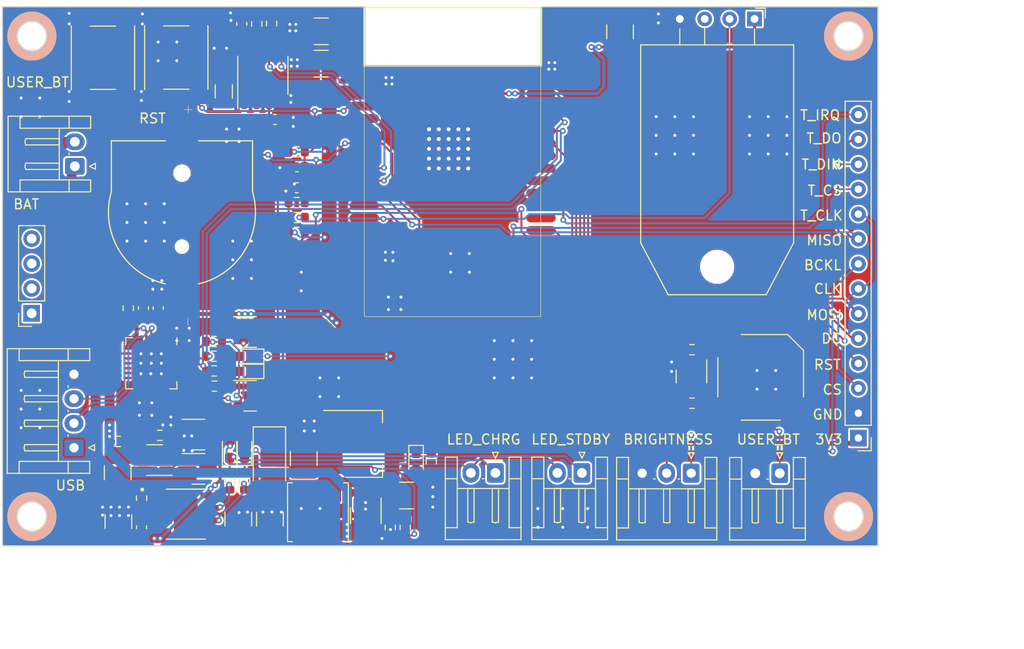
<source format=kicad_pcb>
(kicad_pcb (version 20221018) (generator pcbnew)
  (layers (0 "F.Cu" signal) (31 "B.Cu" signal) (34 "B.Paste" user) (35 "F.Paste" user) (36 "B.SilkS" user "B.Silkscreen") (37 "F.SilkS" user "F.Silkscreen") (38 "B.Mask" user) (39 "F.Mask" user) (44 "Edge.Cuts" user))
  (net 0 "")
  (net 1 "GND")
  (net 2 "+5V")
  (net 3 "Net-(BT1-+)")
  (net 4 "+3V3")
  (net 5 "BUTTON")
  (net 6 "FLASH_EN")
  (net 7 "Net-(BT1--)")
  (net 8 "FLASH_IO0")
  (net 9 "Net-(BT2-+)")
  (net 10 "Net-(BZ1-+)")
  (net 11 "LCD_BCKL")
  (net 12 "LCD_MISO")
  (net 13 "LCD_CLK")
  (net 14 "LCD_MOSI")
  (net 15 "LCD_DC")
  (net 16 "LCD_RST")
  (net 17 "LCD_CS")
  (net 18 "5V_USB")
  (net 19 "BUZZER")
  (net 20 "DHT")
  (net 21 "ESP32_SDA")
  (net 22 "ESP32_SCL")
  (net 23 "Net-(D3-K)")
  (net 24 "Net-(D3-A)")
  (net 25 "Net-(D4-K)")
  (net 26 "CP2102_D-")
  (net 27 "CP2102_D+")
  (net 28 "Net-(J2-Pin_8)")
  (net 29 "TOUCH_CS")
  (net 30 "TOUCH_IRQ")
  (net 31 "Net-(Q1-B)")
  (net 32 "Net-(Q1-C)")
  (net 33 "Net-(Q4-B)")
  (net 34 "CP2102_RTS")
  (net 35 "Net-(Q5-B)")
  (net 36 "CP2102_DTR")
  (net 38 "CP2102_RX")
  (net 39 "CP2102_TX")
  (net 56 "Net-(U3-TEMP)")
  (net 57 "Net-(U3-STDBY)")
  (net 58 "Net-(U3-CHRG)")
  (net 59 "Net-(U10-G)")
  (net 60 "Net-(U4-VM)")
  (net 61 "Net-(U12-G)")
  (net 63 "Net-(U4-VCC)")
  (net 66 "Net-(U6-~{RST})")
  (net 82 "Net-(U7-FB)")
  (net 83 "Net-(U9-X1)")
  (net 84 "Net-(U9-X2)")
  (net 86 "Net-(U10-D)")
  (net 87 "Net-(D1-K)")
  (net 88 "Net-(D2-K)")
  (net 90 "Net-(D7-A)")
  (net 91 "Net-(D8-A)")
  (footprint "Package_SO:SOIC-8_3.9x4.9mm_P1.27mm" (layer "F.Cu") (at 59.047 99.4975 90)
    (fp_text reference "U9" hide)
    (fp_text value "DS1307Z+")
  )
  (footprint "Package_DFN_QFN:QFN-28-1EP_5x5mm_P0.5mm_EP3.35x3.35mm" (layer "F.Cu") (at 47.6712 128.8967 -90)
    (fp_text reference "U6" hide)
    (fp_text value "CP2102N-Axx-xQFN28")
  )
  (footprint "Resistor_SMD:R_0603_1608Metric" (layer "F.Cu") (at 54.0862 129.6767)
    (fp_text reference "R14" hide)
    (fp_text value "330R")
  )
  (footprint "Package_TO_SOT_SMD:SOT-23" (layer "F.Cu") (at 52.4795 136.1725)
    (fp_text reference "U12" hide)
    (fp_text value "IRLML0030")
  )
  (footprint "footprints:JST_EH_S2B-EH_1x02_P2.5mm_Horizontal" (layer "F.Cu") (at 111.767 140.125 180)
    (fp_text reference "SW3" hide)
    (fp_text value "SW_Push")
  )
  (footprint "Package_TO_SOT_SMD:TSOT-23-6" (layer "F.Cu") (at 69.542 144.4475 -90)
    (fp_text reference "U7" hide)
    (fp_text value "SX1308")
  )
  (footprint "Package_TO_SOT_SMD:SOT-23" (layer "F.Cu") (at 57.7445 125.7027)
    (fp_text reference "Q4" hide)
    (fp_text value "MMBT2222A")
  )
  (footprint "Capacitor_SMD:C_0603_1608Metric" (layer "F.Cu") (at 46.8712 123.2667 90)
    (fp_text reference "C9" hide)
    (fp_text value "10uF")
  )
  (footprint "Resistor_SMD:R_0603_1608Metric" (layer "F.Cu") (at 54.0612 126.6667)
    (fp_text reference "R15" hide)
    (fp_text value "10k")
  )
  (footprint "Resistor_SMD:R_0603_1608Metric" (layer "F.Cu") (at 73.567 145.6475 90)
    (fp_text reference "R17" hide)
    (fp_text value "TBD")
  )
  (footprint "Diode_SMD:D_SMA" (layer "F.Cu") (at 59.717 138.8975 -90)
    (fp_text reference "D3" hide)
    (fp_text value "SS24")
  )
  (footprint "Resistor_SMD:R_0603_1608Metric" (layer "F.Cu") (at 54.1112 131.2267)
    (fp_text reference "R16" hide)
    (fp_text value "10k")
  )
  (footprint "Resistor_SMD:R_0603_1608Metric" (layer "F.Cu") (at 57.192 140.9725 -90)
    (fp_text reference "R2" hide)
    (fp_text value "1k")
  )
  (footprint "Resistor_SMD:R_0603_1608Metric" (layer "F.Cu") (at 59.947 94.2225 -90)
    (fp_text reference "R19" hide)
    (fp_text value "4K7")
  )
  (footprint "footprints:PushButton_6x6mm_SMD" (layer "F.Cu") (at 42.737 97.7075 -90)
    (fp_text reference "SW2" hide)
    (fp_text value "SW_Push")
  )
  (footprint "Capacitor_SMD:C_0603_1608Metric" (layer "F.Cu") (at 46.677 145.6375 90)
    (fp_text reference "C4" hide)
    (fp_text value "100nF")
  )
  (footprint "Resistor_SMD:R_0603_1608Metric" (layer "F.Cu") (at 58.422 94.2475 -90)
    (fp_text reference "R20" hide)
    (fp_text value "4K7")
  )
  (footprint "Capacitor_SMD:C_0603_1608Metric" (layer "F.Cu") (at 62.5248 108.8339 180)
    (fp_text reference "C6" hide)
    (fp_text value "100nF")
  )
  (footprint "LED_SMD:LED_0603_1608Metric_Pad1.05x0.95mm_HandSolder" (layer "F.Cu") (at 55.6518 137.6725 90)
    (fp_text reference "D2" hide)
    (fp_text value "RED")
  )
  (footprint "Resistor_SMD:R_0603_1608Metric" (layer "F.Cu") (at 44.298 136.8695 180)
    (fp_text reference "R12" hide)
    (fp_text value "100R")
  )
  (footprint "Capacitor_SMD:C_1210_3225Metric" (layer "F.Cu") (at 56.542 144.7975 90)
    (fp_text reference "C12" hide)
    (fp_text value "10uF")
  )
  (footprint "Capacitor_SMD:C_0603_1608Metric" (layer "F.Cu") (at 62.492 110.9775 180)
    (fp_text reference "C7" hide)
    (fp_text value "100nF")
  )
  (footprint "footprints:BAT_CR1220_Holder" (layer "F.Cu") (at 50.797 113.4875 90)
    (fp_text reference "BT2" hide)
    (fp_text value "Cell" hide)
  )
  (footprint "Package_TO_SOT_SMD:SOT-223-3_TabPin2" (layer "F.Cu") (at 69.342 137.1225)
    (fp_text reference "U8" hide)
    (fp_text value "AMS1117-3.3")
  )
  (footprint "Capacitor_SMD:C_1210_3225Metric" (layer "F.Cu") (at 64.999 98.3123 180)
    (fp_text reference "C3" hide)
    (fp_text value "10uF")
  )
  (footprint "Capacitor_SMD:C_1210_3225Metric" (layer "F.Cu") (at 44.312 145.0475 90)
    (fp_text reference "C5" hide)
    (fp_text value "10uF")
  )
  (footprint "Resistor_SMD:R_0603_1608Metric" (layer "F.Cu") (at 62.5098 107.3039)
    (fp_text reference "R6" hide)
    (fp_text value "10K")
  )
  (footprint "Package_TO_SOT_SMD:SOT-23" (layer "F.Cu") (at 57.747 132.2127)
    (fp_text reference "Q5" hide)
    (fp_text value "MMBT2222A")
  )
  (footprint "Capacitor_SMD:C_1210_3225Metric" (layer "F.Cu") (at 44.242 140.0725 -90)
    (fp_text reference "C10" hide)
    (fp_text value "0.1uF")
  )
  (footprint "Resistor_SMD:R_0603_1608Metric" (layer "F.Cu") (at 45.3212 123.2717 -90)
    (fp_text reference "R11" hide)
    (fp_text value "10k")
  )
  (footprint "footprints:ili9341_3.2inch" (layer "F.Cu") (at 32.487 147.5375)
    (fp_text reference "J2" hide)
    (fp_text value "Conn_01x14")
    (fp_line (start 0 -55.04) (end 37 -55.04) (stroke (width 0.12)) (layer "Edge.Cuts"))
    (fp_line (start 0 0) (end 0 -55.04) (stroke (width 0.12)) (layer "Edge.Cuts"))
    (fp_line (start 37 -49.04) (end 37 -55.04) (stroke (width 0.12)) (layer "Edge.Cuts"))
    (fp_line (start 37 -49.04) (end 55 -49.04) (stroke (width 0.12)) (layer "Edge.Cuts"))
    (fp_line (start 55 -55.04) (end 89.3 -55.04) (stroke (width 0.12)) (layer "Edge.Cuts"))
    (fp_line (start 55 -49.04) (end 55 -55.04) (stroke (width 0.12)) (layer "Edge.Cuts"))
    (fp_line (start 89.3 -55.04) (end 89.3 0) (stroke (width 0.12)) (layer "Edge.Cuts"))
    (fp_line (start 89.3 0) (end 0 0) (stroke (width 0.12)) (layer "Edge.Cuts"))
    (fp_circle (center 3 -52.04) (end 4.5 -52.04) (stroke (width 0.12)) (fill none) (layer "Edge.Cuts"))
    (fp_circle (center 3 -3) (end 4.5 -3) (stroke (width 0.12)) (fill none) (layer "Edge.Cuts"))
    (fp_circle (center 86.3 -52.04) (end 87.8 -52.04) (stroke (width 0.12)) (fill none) (layer "Edge.Cuts"))
    (fp_circle (center 86.3 -3) (end 87.8 -3) (stroke (width 0.12)) (fill none) (layer "Edge.Cuts"))
  )
  (footprint "footprints:JST_EH_S2B-EH_1x02_P2.5mm_Horizontal" (layer "F.Cu") (at 39.8695 108.7875 90)
    (fp_text reference "BT1" hide)
    (fp_text value "PinLipo")
  )
  (footprint "Resistor_SMD:R_0603_1608Metric" (layer "F.Cu") (at 102.819 127.5105 180)
    (fp_text reference "R4" hide)
    (fp_text value "1K")
  )
  (footprint "footprints:JST_EH_S2B-EH_1x02_P2.5mm_Horizontal" (layer "F.Cu") (at 91.592 140.0875 180)
    (fp_text reference "D5" hide)
    (fp_text value "GREEN")
  )
  (footprint "footprints:SOP127P600X175-9N" (layer "F.Cu") (at 51.192 144.2925)
    (fp_text reference "U3" hide)
    (fp_text value "TP4056")
  )
  (footprint "Capacitor_SMD:C_0603_1608Metric" (layer "F.Cu") (at 48.3712 123.2667 90)
    (fp_text reference "C8" hide)
    (fp_text value "100nF")
  )
  (footprint "Package_TO_SOT_SMD:SOT-23" (layer "F.Cu") (at 52.4795 139.6725)
    (fp_text reference "U10" hide)
    (fp_text value "IRLML0030")
  )
  (footprint "LED_SMD:LED_0603_1608Metric_Pad1.05x0.95mm_HandSolder" (layer "F.Cu") (at 57.4895 129.7227 180)
    (fp_text reference "D8" hide)
    (fp_text value "RX")
  )
  (footprint "Capacitor_SMD:C_0603_1608Metric" (layer "F.Cu") (at 56.897 94.2475 90)
    (fp_text reference "C13" hide)
    (fp_text value "100nF")
  )
  (footprint "Resistor_SMD:R_0603_1608Metric" (layer "F.Cu") (at 72.042 145.6475 -90)
    (fp_text reference "R18" hide)
    (fp_text value "TBD")
  )
  (footprint "Resistor_SMD:R_0603_1608Metric" (layer "F.Cu") (at 48.542 136.2495)
    (fp_text reference "R10" hide)
    (fp_text value "1k")
  )
  (footprint "footprints:ESP32-WROVER" (layer "F.Cu") (at 78.392 99.1875)
    (fp_text reference "U2" hide)
    (fp_text value "ESP32-WROVER" hide)
  )
  (footprint "footprints:SNR4-2.54-15.5X12.0X5.5MM" (layer "F.Cu") (at 109.195 93.7488 -90)
    (fp_text reference "U1" hide)
    (fp_text value "DHT11")
  )
  (footprint "footprints:JST_EH_S3B-EH_1x03_P2.5mm_Horizontal" (layer "F.Cu") (at 102.737 140.115 180)
    (fp_text reference "RV1" hide)
    (fp_text value "Potentiometer")
  )
  (footprint "Resistor_SMD:R_0603_1608Metric" (layer "F.Cu") (at 102.819 132.9705)
    (fp_text reference "R9" hide)
    (fp_text value "0R")
  )
  (footprint "LED_SMD:LED_0603_1608Metric_Pad1.05x0.95mm_HandSolder" (layer "F.Cu") (at 57.1758 137.6725 90)
    (fp_text reference "D1" hide)
    (fp_text value "GREEN")
  )
  (footprint "Capacitor_SMD:C_1210_3225Metric" (layer "F.Cu") (at 64.999 95.0103 180)
    (fp_text reference "C2" hide)
    (fp_text value "100nF")
  )
  (footprint "footprints:PushButton_6x6mm_SMD" (layer "F.Cu") (at 50.217 97.6875 -90)
    (fp_text reference "SW1" hide)
    (fp_text value "SW_Push")
  )
  (footprint "Capacitor_SMD:C_1210_3225Metric" (layer "F.Cu") (at 63.217 138.6225 90)
    (fp_text reference "C14" hide)
    (fp_text value "10uF")
  )
  (footprint "Resistor_SMD:R_0603_1608Metric" (layer "F.Cu") (at 76.227 138.9375 -90)
    (fp_text reference "R21" hide)
    (fp_text value "330R")
  )
  (footprint "Capacitor_SMD:C_1210_3225Metric" (layer "F.Cu") (at 95.479 95.0611 90)
    (fp_text reference "C1" hide)
    (fp_text value "100nF")
  )
  (footprint "Resistor_SMD:R_0603_1608Metric" (layer "F.Cu") (at 62.5098 114.0095)
    (fp_text reference "R1" hide)
    (fp_text value "NC")
  )
  (footprint "Resistor_SMD:R_0603_1608Metric" (layer "F.Cu") (at 55.667 140.9725 -90)
    (fp_text reference "R3" hide)
    (fp_text value "1k")
  )
  (footprint "Package_TO_SOT_SMD:SOT-23" (layer "F.Cu") (at 102.764 130.233 -90)
    (fp_text reference "Q1" hide)
    (fp_text value "MMBT5550")
  )
  (footprint "Capacitor_SMD:C_1210_3225Metric" (layer "F.Cu") (at 73.692 142.3975)
    (fp_text reference "C15" hide)
    (fp_text value "10uF")
  )
  (footprint "Buzzer_Beeper:MagneticBuzzer_Kobitone_254-EMB84Q-RO" (layer "F.Cu") (at 109.824 130.3305)
    (fp_text reference "BZ1" hide)
    (fp_text value "Buzzer")
  )
  (footprint "Capacitor_SMD:C_1210_3225Metric" (layer "F.Cu") (at 59.767 144.7975 90)
    (fp_text reference "C11" hide)
    (fp_text value "10uF")
  )
  (footprint "Capacitor_SMD:C_0603_1608Metric" (layer "F.Cu") (at 60.2746 104.0019)
    (fp_text reference "C16" hide)
    (fp_text value "100nF")
  )
  (footprint "Resistor_SMD:R_0603_1608Metric" (layer "F.Cu") (at 46.677 142.6575 -90)
    (fp_text reference "R8" hide)
    (fp_text value "1.2k")
  )
  (footprint "Resistor_SMD:R_0603_1608Metric" (layer "F.Cu") (at 62.497 112.4875)
    (fp_text reference "R7" hide)
    (fp_text value "10K")
  )
  (footprint "LED_SMD:LED_0603_1608Metric_Pad1.05x0.95mm_HandSolder" (layer "F.Cu") (at 57.492 128.1827 180)
    (fp_text reference "D7" hide)
    (fp_text value "TX")
  )
  (footprint "footprints:JST_EH_S4B-EH_1x04_P2.5mm_Horizontal" (layer "F.Cu") (at 39.7795 137.5175 90)
    (fp_text reference "J3" hide)
    (fp_text value "USB")
  )
  (footprint "Resistor_SMD:R_0603_1608Metric" (layer "F.Cu") (at 62.5098 115.5335 180)
    (fp_text reference "R5" hide)
    (fp_text value "10K")
  )
  (footprint "footprints:Crystal_SMD_3215-2Pin_3.2x1.5mm" (layer "F.Cu") (at 55.077 101.1375 -90)
    (fp_text reference "Y1" hide)
    (fp_text value "32768 kHz" hide)
  )
  (footprint "Resistor_SMD:R_0603_1608Metric" (layer "F.Cu") (at 54.0662 128.1767)
    (fp_text reference "R13" hide)
    (fp_text value "330R")
  )
  (footprint "footprints:JST_EH_S2B-EH_1x02_P2.5mm_Horizontal" (layer "F.Cu") (at 82.767 140.0875 180)
    (fp_text reference "D6" hide)
    (fp_text value "RED")
  )
  (footprint "Inductor_SMD:L_Coilcraft_XAL5030-XXX" (layer "F.Cu") (at 64.667 144.1025 90)
    (fp_text reference "L1" hide)
    (fp_text value "0.1H")
  )
  (footprint "Package_TO_SOT_SMD:TSOT-23-6" (layer "F.Cu") (at 48.0045 138.7745 180)
    (fp_text reference "U4" hide)
    (fp_text value "DW01A")
  )
  (footprint "LED_SMD:LED_0603_1608Metric_Pad1.05x0.95mm_HandSolder" (layer "F.Cu") (at 74.677 138.9325 -90)
    (fp_text reference "D4" hide)
    (fp_text value "YELLOW")
  )
  (gr_text "USB" (at 37.821 141.9495) (layer "F.SilkS") (effects (font (size 1 1)) (justify left bottom)))
  (gr_text "RST" (at 115.164 129.6305) (layer "F.SilkS") (effects (font (size 1 1)) (justify left bottom)))
  (gr_text "CS" (at 116.053 132.1705) (layer "F.SilkS") (effects (font (size 1 1)) (justify left bottom)))
  (gr_text "3V3" (at 115.291 137.2505) (layer "F.SilkS") (effects (font (size 1 1)) (justify left bottom)))
  (gr_text "RST" (at 46.33 104.4845) (layer "F.SilkS") (effects (font (size 1 1)) (justify left bottom)))
  (gr_text "USER_BT" (at 32.741 100.8015) (layer "F.SilkS") (effects (font (size 1 1)) (justify left bottom)))
  (gr_text "GND" (at 115.037 134.7105) (layer "F.SilkS") (effects (font (size 1 1)) (justify left bottom)))
  (gr_text "CLK" (at 115.164 121.8835) (layer "F.SilkS") (effects (font (size 1 1)) (justify left bottom)))
  (gr_text "BCKL" (at 114.148 119.4705) (layer "F.SilkS") (effects (font (size 1 1)) (justify left bottom)))
  (gr_text "DC" (at 115.926 126.9635) (layer "F.SilkS") (effects (font (size 1 1)) (justify left bottom)))
  (gr_text "T_IRQ" (at 113.767 104.1543) (layer "F.SilkS") (effects (font (size 1 1)) (justify left bottom)))
  (gr_text "T_CS" (at 114.529 111.8505) (layer "F.SilkS") (effects (font (size 1 1)) (justify left bottom)))
  (gr_text "MISO" (at 114.402 116.9305) (layer "F.SilkS") (effects (font (size 1 1)) (justify left bottom)))
  (gr_text "T_DIN" (at 113.894 109.1835) (layer "F.SilkS") (effects (font (size 1 1)) (justify left bottom)))
  (gr_text "T_DO" (at 114.402 106.5165) (layer "F.SilkS") (effects (font (size 1 1)) (justify left bottom)))
  (gr_text "USER_BT" (at 107.29 137.2505) (layer "F.SilkS") (effects (font (size 1 1)) (justify left bottom)))
  (gr_text "MOSI" (at 114.402 124.5505) (layer "F.SilkS") (effects (font (size 1 1)) (justify left bottom)))
  (gr_text "BRIGHTNESS" (at 95.733 137.2505) (layer "F.SilkS") (effects (font (size 1 1)) (justify left bottom)))
  (gr_text "LED_STDBY" (at 86.335 137.2505) (layer "F.SilkS") (effects (font (size 1 1)) (justify left bottom)))
  (gr_text "LED_CHRG" (at 77.699 137.2505) (layer "F.SilkS") (effects (font (size 1 1)) (justify left bottom)))
  (gr_text "BAT" (at 33.503 113.2475) (layer "F.SilkS") (effects (font (size 1 1)) (justify left bottom)))
  (gr_text "T_CLK" (at 113.767 114.3905) (layer "F.SilkS") (effects (font (size 1 1)) (justify left bottom)))
  (via (at 60.935 144.0831) (size 0.6) (drill 0.3) (layers "F.Cu" "B.Cu") (net 1))
  (via (at 47.092 112.6125) (size 0.6) (drill 0.3) (layers "F.Cu" "B.Cu") (net 1))
  (via (at 48.743 120.4611) (size 0.6) (drill 0.3) (layers "F.Cu" "B.Cu") (net 1))
  (via (at 47.6762 127.9287) (size 0.6) (drill 0.3) (layers "F.Cu" "B.Cu") (net 1))
  (via (at 34.392 131.6625) (size 0.6) (drill 0.3) (layers "F.Cu" "B.Cu") (net 1))
  (via (at 82.652 130.3925) (size 0.6) (drill 0.3) (layers "F.Cu" "B.Cu") (net 1))
  (via (at 47.727 134.2025) (size 0.6) (drill 0.3) (layers "F.Cu" "B.Cu") (net 1))
  (via (at 112.497 107.5325) (size 0.6) (drill 0.3) (layers "F.Cu" "B.Cu") (net 1))
  (via (at 45.3394 144.4387) (size 0.6) (drill 0.3) (layers "F.Cu" "B.Cu") (net 1))
  (via (at 44.425 143.5751) (size 0.6) (drill 0.3) (layers "F.Cu" "B.Cu") (net 1))
  (via (at 71.603 99.7347) (size 0.6) (drill 0.3) (layers "F.Cu" "B.Cu") (net 1))
  (via (at 64.872 132.2975) (size 0.6) (drill 0.3) (layers "F.Cu" "B.Cu") (net 1))
  (via (at 62.4082 94.9595) (size 0.6) (drill 0.3) (layers "F.Cu" "B.Cu") (net 1))
  (via (at 62.4082 94.2991) (size 0.6) (drill 0.3) (layers "F.Cu" "B.Cu") (net 1))
  (via (at 34.392 135.4725) (size 0.6) (drill 0.3) (layers "F.Cu" "B.Cu") (net 1))
  (via (at 99.162 105.6275) (size 0.6) (drill 0.3) (layers "F.Cu" "B.Cu") (net 1))
  (via (at 71.5522 118.3783) (size 0.6) (drill 0.3) (layers "F.Cu" "B.Cu") (net 1))
  (via (at 101.067 105.6275) (size 0.6) (drill 0.3) (layers "F.Cu" "B.Cu") (net 1))
  (via (at 48.362 96.1025) (size 0.6) (drill 0.3) (layers "F.Cu" "B.Cu") (net 1))
  (via (at 72.0602 145.8611) (size 0.6) (drill 0.3) (layers "F.Cu" "B.Cu") (net 1))
  (via (at 39.2942 93.1815) (size 0.6) (drill 0.3) (layers "F.Cu" "B.Cu") (net 1))
  (via (at 48.6922 127.9287) (size 0.6) (drill 0.3) (layers "F.Cu" "B.Cu") (net 1))
  (via (at 36.297 101.8175) (size 0.6) (drill 0.3) (layers "F.Cu" "B.Cu") (net 1))
  (via (at 50.267 125.3125) (size 0.6) (drill 0.3) (layers "F.Cu" "B.Cu") (net 1))
  (via (at 100.7368 129.7321) (size 0.6) (drill 0.3) (layers "F.Cu" "B.Cu") (net 1))
  (via (at 99.3906 94.1467) (size 0.6) (drill 0.3) (layers "F.Cu" "B.Cu") (net 1))
  (via (at 62.967 143.7275) (size 0.6) (drill 0.3) (layers "F.Cu" "B.Cu") (net 1))
  (via (at 71.5522 117.5655) (size 0.6) (drill 0.3) (layers "F.Cu" "B.Cu") (net 1))
  (via (at 45.187 114.5175) (size 0.6) (drill 0.3) (layers "F.Cu" "B.Cu") (net 1))
  (via (at 62.1542 104.7131) (size 0.6) (drill 0.3) (layers "F.Cu" "B.Cu") (net 1))
  (via (at 48.743 121.3247) (size 0.6) (drill 0.3) (layers "F.Cu" "B.Cu") (net 1))
  (via (at 63.2718 135.8027) (size 0.6) (drill 0.3) (layers "F.Cu" "B.Cu") (net 1))
  (via (at 86.462 126.5825) (size 0.6) (drill 0.3) (layers "F.Cu" "B.Cu") (net 1))
  (via (at 86.462 130.3925) (size 0.6) (drill 0.3) (layers "F.Cu" "B.Cu") (net 1))
  (via (at 57.887 116.4225) (size 0.6) (drill 0.3) (layers "F.Cu" "B.Cu") (net 1))
  (via (at 49.6574 134.3803) (size 0.6) (drill 0.3) (layers "F.Cu" "B.Cu") (net 1))
  (via (at 72.2126 100.3951) (size 0.6) (drill 0.3) (layers "F.Cu" "B.Cu") (net 1))
  (via (at 48.8446 135.1931) (size 0.6) (drill 0.3) (layers "F.Cu" "B.Cu") (net 1))
  (via (at 64.2878 134.7867) (size 0.6) (drill 0.3) (layers "F.Cu" "B.Cu") (net 1))
  (via (at 47.092 116.4225) (size 0.6) (drill 0.3) (layers "F.Cu" "B.Cu") (net 1))
  (via (at 87.097 143.7275) (size 0.6) (drill 0.3) (layers "F.Cu" "B.Cu") (net 1))
  (via (at 51.029 136.3107) (size 0.6) (drill 0.3) (layers "F.Cu" "B.Cu") (net 1))
  (via (at 46.6602 102.0715) (size 0.6) (drill 0.3) (layers "F.Cu" "B.Cu") (net 1))
  (via (at 78.207 117.6925) (size 0.6) (drill 0.3) (layers "F.Cu" "B.Cu") (net 1))
  (via (at 57.887 118.3275) (size 0.6) (drill 0.3) (layers "F.Cu" "B.Cu") (net 1))
  (via (at 46.6602 101.1571) (size 0.6) (drill 0.3) (layers "F.Cu" "B.Cu") (net 1))
  (via (at 69.5202 143.7783) (size 0.6) (drill 0.3) (layers "F.Cu" "B.Cu") (net 1))
  (via (at 102.972 103.7225) (size 0.6) (drill 0.3) (layers "F.Cu" "B.Cu") (net 1))
  (via (at 64.872 143.7275) (size 0.6) (drill 0.3) (layers "F.Cu" "B.Cu") (net 1))
  (via (at 47.092 114.5175) (size 0.6) (drill 0.3) (layers "F.Cu" "B.Cu") (net 1))
  (via (at 100.7368 128.7669) (size 0.6) (drill 0.3) (layers "F.Cu" "B.Cu") (net 1))
  (via (at 60.7826 108.9295) (size 0.6) (drill 0.3) (layers "F.Cu" "B.Cu") (net 1))
  (via (at 88.8242 98.8711) (size 0.6) (drill 0.3) (layers "F.Cu" "B.Cu") (net 1))
  (via (at 82.652 126.5825) (size 0.6) (drill 0.3) (layers "F.Cu" "B.Cu") (net 1))
  (via (at 101.067 107.5325) (size 0.6) (drill 0.3) (layers "F.Cu" "B.Cu") (net 1))
  (via (at 44.425 144.4387) (size 0.6) (drill 0.3) (layers "F.Cu" "B.Cu") (net 1))
  (via (at 45.187 112.6125) (size 0.6) (drill 0.3) (layers "F.Cu" "B.Cu") (net 1))
  (via (at 55.8042 93.8927) (size 0.6) (drill 0.3) (layers "F.Cu" "B.Cu") (net 1))
  (via (at 62.2558 110.6059) (size 0.6) (drill 0.3) (layers "F.Cu" "B.Cu") (net 1))
  (via (at 99.162 103.7225) (size 0.6) (drill 0.3) (layers "F.Cu" "B.Cu") (net 1))
  (via (at 34.392 103.7225) (size 0.6) (drill 0.3) (layers "F.Cu" "B.Cu") (net 1))
  (via (at 101.067 103.7225) (size 0.6) (drill 0.3) (layers "F.Cu" "B.Cu") (net 1))
  (via (at 73.127 122.1375) (size 0.6) (drill 0.3) (layers "F.Cu" "B.Cu") (net 1))
  (via (at 46.6094 129.9607) (size 0.6) (drill 0.3) (layers "F.Cu" "B.Cu") (net 1))
  (via (at 111.354 131.5355) (size 0.6) (drill 0.3) (layers "F.Cu" "B.Cu") (net 1))
  (via (at 61.951 98.5663) (size 0.6) (drill 0.3) (layers "F.Cu" "B.Cu") (net 1))
  (via (at 61.951 97.9059) (size 0.6) (drill 0.3) (layers "F.Cu" "B.Cu") (net 1))
  (via (at 47.727 132.9325) (size 0.6) (drill 0.3) (layers "F.Cu" "B.Cu") (net 1))
  (via (at 50.267 126.5825) (size 0.6) (drill 0.3) (layers "F.Cu" "B.Cu") (net 1))
  (via (at 51.537 126.5825) (size 0.6) (drill 0.3) (layers "F.Cu" "B.Cu") (net 1))
  (via (at 61.7986 94.9595) (size 0.6) (drill 0.3) (layers "F.Cu" "B.Cu") (net 1))
  (via (at 46.6094 128.8939) (size 0.6) (drill 0.3) (layers "F.Cu" "B.Cu") (net 1))
  (via (at 47.8286 121.3247) (size 0.6) (drill 0.3) (layers "F.Cu" "B.Cu") (net 1))
  (via (at 71.857 123.4075) (size 0.6) (drill 0.3) (layers "F.Cu" "B.Cu") (net 1))
  (via (at 51.537 125.3125) (size 0.6) (drill 0.3) (layers "F.Cu" "B.Cu") (net 1))
  (via (at 56.617 144.1339) (size 0.6) (drill 0.3) (layers "F.Cu" "B.Cu") (net 1))
  (via (at 36.297 103.7225) (size 0.6) (drill 0.3) (layers "F.Cu" "B.Cu") (net 1))
  (via (at 56.617 106.2625) (size 0.6) (drill 0.3) (layers "F.Cu" "B.Cu") (net 1))
  (via (at 46.457 134.2025) (size 0.6) (drill 0.3) (layers "F.Cu" "B.Cu") (net 1))
  (via (at 69.5202 143.1179) (size 0.6) (drill 0.3) (layers "F.Cu" "B.Cu") (net 1))
  (via (at 55.347 96.7375) (size 0.6) (drill 0.3) (layers "F.Cu" "B.Cu") (net 1))
  (via (at 112.497 103.7225) (size 0.6) (drill 0.3) (layers "F.Cu" "B.Cu") (net 1))
  (via (at 89.637 143.7275) (size 0.6) (drill 0.3) (layers "F.Cu" "B.Cu") (net 1))
  (via (at 51.8418 137.8347) (size 0.6) (drill 0.3) (layers "F.Cu" "B.Cu") (net 1))
  (via (at 48.6922 128.8939) (size 0.6) (drill 0.3) (layers "F.Cu" "B.Cu") (net 1))
  (via (at 42.6978 143.5751) (size 0.6) (drill 0.3) (layers "F.Cu" "B.Cu") (net 1))
  (via (at 55.347 104.9925) (size 0.6) (drill 0.3) (layers "F.Cu" "B.Cu") (net 1))
  (via (at 55.347 106.2625) (size 0.6) (drill 0.3) (layers "F.Cu" "B.Cu") (net 1))
  (via (at 108.687 105.6275) (size 0.6) (drill 0.3) (layers "F.Cu" "B.Cu") (net 1))
  (via (at 55.982 116.4225) (size 0.6) (drill 0.3) (layers "F.Cu" "B.Cu") (net 1))
  (via (at 102.972 105.6275) (size 0.6) (drill 0.3) (layers "F.Cu" "B.Cu") (net 1))
  (via (at 43.5614 143.5751) (size 0.6) (drill 0.3) (layers "F.Cu" "B.Cu") (net 1))
  (via (at 108.687 103.7225) (size 0.6) (drill 0.3) (layers "F.Cu" "B.Cu") (net 1))
  (via (at 87.097 145.6325) (size 0.6) (drill 0.3) (layers "F.Cu" "B.Cu") (net 1))
  (via (at 72.2126 99.7347) (size 0.6) (drill 0.3) (layers "F.Cu" "B.Cu") (net 1))
  (via (at 72.3142 117.5655) (size 0.6) (drill 0.3) (layers "F.Cu" "B.Cu") (net 1))
  (via (at 43.5614 144.4387) (size 0.6) (drill 0.3) (layers "F.Cu" "B.Cu") (net 1))
  (via (at 48.6922 129.9607) (size 0.6) (drill 0.3) (layers "F.Cu" "B.Cu") (net 1))
  (via (at 82.652 128.4875) (size 0.6) (drill 0.3) (layers "F.Cu" "B.Cu") (net 1))
  (via (at 39.2942 101.1571) (size 0.6) (drill 0.3) (layers "F.Cu" "B.Cu") (net 1))
  (via (at 76.3782 141.5431) (size 0.6) (drill 0.3) (layers "F.Cu" "B.Cu") (net 1))
  (via (at 89.637 145.6325) (size 0.6) (drill 0.3) (layers "F.Cu" "B.Cu") (net 1))
  (via (at 51.791 136.3107) (size 0.6) (drill 0.3) (layers "F.Cu" "B.Cu") (net 1))
  (via (at 50.267 96.1025) (size 0.6) (drill 0.3) (layers "F.Cu" "B.Cu") (net 1))
  (via (at 66.777 130.3925) (size 0.6) (drill 0.3) (layers "F.Cu" "B.Cu") (net 1))
  (via (at 86.462 128.4875) (size 0.6) (drill 0.3) (layers "F.Cu" "B.Cu") (net 1))
  (via (at 63.2718 134.7867) (size 0.6) (drill 0.3) (layers "F.Cu" "B.Cu") (net 1))
  (via (at 49.6574 135.1931) (size 0.6) (drill 0.3) (layers "F.Cu" "B.Cu") (net 1))
  (via (at 34.392 133.5675) (size 0.6) (drill 0.3) (layers "F.Cu" "B.Cu") (net 1))
  (via (at 61.9002 102.2747) (size 0.6) (drill 0.3) (layers "F.Cu" "B.Cu") (net 1))
  (via (at 110.592 107.5325) (size 0.6) (drill 0.3) (layers "F.Cu" "B.Cu") (net 1))
  (via (at 62.967 121.5025) (size 0.6) (drill 0.3) (layers "F.Cu" "B.Cu") (net 1))
  (via (at 50.267 98.0075) (size 0.6) (drill 0.3) (layers "F.Cu" "B.Cu") (net 1))
  (via (at 84.557 128.4875) (size 0.6) (drill 0.3) (layers "F.Cu" "B.Cu") (net 1))
  (via (at 62.1542 103.7987) (size 0.6) (drill 0.3) (layers "F.Cu" "B.Cu") (net 1))
  (via (at 61.3922 111.3171) (size 0.6) (drill 0.3) (layers "F.Cu" "B.Cu") (net 1))
  (via (at 55.982 118.3275) (size 0.6) (drill 0.3) (layers "F.Cu" "B.Cu") (net 1))
  (via (at 59.0554 144.0831) (size 0.6) (drill 0.3) (layers "F.Cu" "B.Cu") (net 1))
  (via (at 61.7986 94.2991) (size 0.6) (drill 0.3) (layers "F.Cu" "B.Cu") (net 1))
  (via (at 109.449 131.5355) (size 0.6) (drill 0.3) (layers "F.Cu" "B.Cu") (net 1))
  (via (at 92.177 145.6325) (size 0.6) (drill 0.3) (layers "F.Cu" "B.Cu") (net 1))
  (via (at 45.187 116.4225) (size 0.6) (drill 0.3) (layers "F.Cu" "B.Cu") (net 1))
  (via (at 50.9782 137.7839) (size 0.6) (drill 0.3) (layers "F.Cu" "B.Cu") (net 1))
  (via (at 88.2146 98.2107) (size 0.6) (drill 0.3) (layers "F.Cu" "B.Cu") (net 1))
  (via (at 57.887 120.2325) (size 0.6) (drill 0.3) (layers "F.Cu" "B.Cu") (net 1))
  (via (at 34.392 101.8175) (size 0.6) (drill 0.3) (layers "F.Cu" "B.Cu") (net 1))
  (via (at 39.2942 94.2483) (size 0.6) (drill 0.3) (layers "F.Cu" "B.Cu") (net 1))
  (via (at 62.5606 98.5663) (size 0.6) (drill 0.3) (layers "F.Cu" "B.Cu") (net 1))
  (via (at 46.7618 94.2483) (size 0.6) (drill 0.3) (layers "F.Cu" "B.Cu") (net 1))
  (via (at 71.603 100.3951) (size 0.6) (drill 0.3) (layers "F.Cu" "B.Cu") (net 1))
  (via (at 88.8242 98.2107) (size 0.6) (drill 0.3) (layers "F.Cu" "B.Cu") (net 1))
  (via (at 110.592 105.6275) (size 0.6) (drill 0.3) (layers "F.Cu" "B.Cu") (net 1))
  (via (at 48.362 98.0075) (size 0.6) (drill 0.3) (layers "F.Cu" "B.Cu") (net 1))
  (via (at 55.7534 93.1307) (size 0.6) (drill 0.3) (layers "F.Cu" "B.Cu") (net 1))
  (via (at 48.997 114.5175) (size 0.6) (drill 0.3) (layers "F.Cu" "B.Cu") (net 1))
  (via (at 66.777 132.2975) (size 0.6) (drill 0.3) (layers "F.Cu" "B.Cu") (net 1))
  (via (at 42.6978 144.3879) (size 0.6) (drill 0.3) (layers "F.Cu" "B.Cu") (net 1))
  (via (at 88.2146 98.8711) (size 0.6) (drill 0.3) (layers "F.Cu" "B.Cu") (net 1))
  (via (at 36.297 133.5675) (size 0.6) (drill 0.3) (layers "F.Cu" "B.Cu") (net 1))
  (via (at 99.162 107.5325) (size 0.6) (drill 0.3) (layers "F.Cu" "B.Cu") (net 1))
  (via (at 84.557 130.3925) (size 0.6) (drill 0.3) (layers "F.Cu" "B.Cu") (net 1))
  (via (at 46.7618 93.2323) (size 0.6) (drill 0.3) (layers "F.Cu" "B.Cu") (net 1))
  (via (at 36.297 131.6625) (size 0.6) (drill 0.3) (layers "F.Cu" "B.Cu") (net 1))
  (via (at 92.177 143.7275) (size 0.6) (drill 0.3) (layers "F.Cu" "B.Cu") (net 1))
  (via (at 39.2942 102.1731) (size 0.6) (drill 0.3) (layers "F.Cu" "B.Cu") (net 1))
  (via (at 46.6094 127.9287) (size 0.6) (drill 0.3) (layers "F.Cu" "B.Cu") (net 1))
  (via (at 72.3142 118.4291) (size 0.6) (drill 0.3) (layers "F.Cu" "B.Cu") (net 1))
  (via (at 71.1966 146.7755) (size 0.6) (drill 0.3) (layers "F.Cu" "B.Cu") (net 1))
  (via (at 110.592 103.7225) (size 0.6) (drill 0.3) (layers "F.Cu" "B.Cu") (net 1))
  (via (at 61.9002 101.5635) (size 0.6) (drill 0.3) (layers "F.Cu" "B.Cu") (net 1))
  (via (at 47.6254 129.9607) (size 0.6) (drill 0.3) (layers "F.Cu" "B.Cu") (net 1))
  (via (at 47.8286 120.4611) (size 0.6) (drill 0.3) (layers "F.Cu" "B.Cu") (net 1))
  (via (at 36.297 135.4725) (size 0.6) (drill 0.3) (layers "F.Cu" "B.Cu") (net 1))
  (via (at 47.6712 128.8967) (size 0.6) (drill 0.3) (layers "F.Cu" "B.Cu") (net 1))
  (via (at 48.997 116.4225) (size 0.6) (drill 0.3) (layers "F.Cu" "B.Cu") (net 1))
  (via (at 64.872 130.3925) (size 0.6) (drill 0.3) (layers "F.Cu" "B.Cu") (net 1))
  (via (at 59.9698 144.0831) (size 0.6) (drill 0.3) (layers "F.Cu" "B.Cu") (net 1))
  (via (at 57.4806 144.0831) (size 0.6) (drill 0.3) (layers "F.Cu" "B.Cu") (net 1))
  (via (at 108.687 107.5325) (size 0.6) (drill 0.3) (layers "F.Cu" "B.Cu") (net 1))
  (via (at 54.077 96.7375) (size 0.6) (drill 0.3) (layers "F.Cu" "B.Cu") (net 1))
  (via (at 62.967 119.5975) (size 0.6) (drill 0.3) (layers "F.Cu" "B.Cu") (net 1))
  (via (at 111.354 129.6305) (size 0.6) (drill 0.3) (layers "F.Cu" "B.Cu") (net 1))
  (via (at 76.3782 142.5083) (size 0.6) (drill 0.3) (layers "F.Cu" "B.Cu") (net 1))
  (via (at 80.112 117.6925) (size 0.6) (drill 0.3) (layers "F.Cu" "B.Cu") (net 1))
  (via (at 48.997 112.6125) (size 0.6) (drill 0.3) (layers "F.Cu" "B.Cu") (net 1))
  (via (at 78.207 119.5975) (size 0.6) (drill 0.3) (layers "F.Cu" "B.Cu") (net 1))
  (via (at 99.3906 93.2323) (size 0.6) (drill 0.3) (layers "F.Cu" "B.Cu") (net 1))
  (via (at 46.457 132.9325) (size 0.6) (drill 0.3) (layers "F.Cu" "B.Cu") (net 1))
  (via (at 64.2878 135.8027) (size 0.6) (drill 0.3) (layers "F.Cu" "B.Cu") (net 1))
  (via (at 62.5606 97.9059) (size 0.6) (drill 0.3) (layers "F.Cu" "B.Cu") (net 1))
  (via (at 56.617 104.9925) (size 0.6) (drill 0.3) (layers "F.Cu" "B.Cu") (net 1))
  (via (at 55.982 120.2325) (size 0.6) (drill 0.3) (layers "F.Cu" "B.Cu") (net 1))
  (via (at 76.3782 143.5751) (size 0.6) (drill 0.3) (layers "F.Cu" "B.Cu") (net 1))
  (via (at 73.127 123.4075) (size 0.6) (drill 0.3) (layers "F.Cu" "B.Cu") (net 1))
  (via (at 112.497 105.6275) (size 0.6) (drill 0.3) (layers "F.Cu" "B.Cu") (net 1))
  (via (at 102.972 107.5325) (size 0.6) (drill 0.3) (layers "F.Cu" "B.Cu") (net 1))
  (via (at 45.3394 143.5751) (size 0.6) (drill 0.3) (layers "F.Cu" "B.Cu") (net 1))
  (via (at 84.557 126.5825) (size 0.6) (drill 0.3) (layers "F.Cu" "B.Cu") (net 1))
  (via (at 80.112 119.5975) (size 0.6) (drill 0.3) (layers "F.Cu" "B.Cu") (net 1))
  (via (at 109.449 129.6305) (size 0.6) (drill 0.3) (layers "F.Cu" "B.Cu") (net 1))
  (via (at 71.857 122.1375) (size 0.6) (drill 0.3) (layers "F.Cu" "B.Cu") (net 1))
  (segment (start 43.409 128.3351) (end 43.409 135.1931) (width 1) (layer "F.Cu") (net 3))
  (segment (start 39.5482 124.4743) (end 43.409 128.3351) (width 1) (layer "F.Cu") (net 3))
  (segment (start 43.409 136.8055) (end 43.473 136.8695) (width 1) (layer "F.Cu") (net 3))
  (segment (start 43.409 135.1931) (end 43.409 135.8027) (width 1) (layer "F.Cu") (net 3))
  (segment (start 39.5482 109.1088) (end 39.5482 124.4743) (width 1) (layer "F.Cu") (net 3))
  (segment (start 43.409 135.8027) (end 43.409 136.8055) (width 1) (layer "F.Cu") (net 3))
  (segment (start 39.8695 108.7875) (end 39.5482 109.1088) (width 1) (layer "F.Cu") (net 3))
  (via (at 43.409 135.1931) (size 0.6) (drill 0.3) (layers "F.Cu" "B.Cu") (net 3))
  (via (at 67.6406 145.9627) (size 0.6) (drill 0.3) (layers "F.Cu" "B.Cu") (net 3))
  (via (at 43.409 135.8027) (size 0.6) (drill 0.3) (layers "F.Cu" "B.Cu") (net 3))
  (via (at 67.6406 146.5723) (size 0.6) (drill 0.3) (layers "F.Cu" "B.Cu") (net 3))
  (via (at 67.6406 145.3531) (size 0.6) (drill 0.3) (layers "F.Cu" "B.Cu") (net 3))
  (via (at 43.409 136.3615) (size 0.6) (drill 0.3) (layers "F.Cu" "B.Cu") (net 3))
  (segment (start 67.6406 141.7463) (end 65.9642 140.0699) (width 1) (layer "B.Cu") (net 3))
  (segment (start 67.6406 146.5723) (end 67.6406 141.7463) (width 1) (layer "B.Cu") (net 3))
  (segment (start 45.5426 140.0699) (end 43.409 137.9363) (width 1) (layer "B.Cu") (net 3))
  (segment (start 43.409 137.9363) (end 43.409 135.1931) (width 1) (layer "B.Cu") (net 3))
  (segment (start 65.9642 140.0699) (end 45.5426 140.0699) (width 1) (layer "B.Cu") (net 3))
  (segment (start 58.422 93.4225) (end 58.6122 93.2323) (width 0.3) (layer "F.Cu") (net 4))
  (segment (start 72.217 142.3975) (end 72.217 137.3975) (width 1.5) (layer "F.Cu") (net 4))
  (segment (start 72.492 137.1225) (end 66.192 137.1225) (width 1.5) (layer "F.Cu") (net 4))
  (segment (start 109.195 95.4675) (end 109.195 93.7488) (width 0.3) (layer "F.Cu") (net 4))
  (segment (start 61.672 115.5575) (end 61.712 115.5975) (width 0.2) (layer "F.Cu") (net 4))
  (segment (start 119.2506 137.0639) (end 72.5506 137.0639) (width 0.5) (layer "F.Cu") (net 4))
  (segment (start 92.558 96.6105) (end 108.052 96.6105) (width 0.3) (layer "F.Cu") (net 4))
  (segment (start 66.474 94.0977) (end 66.474 95.0103) (width 0.2) (layer "F.Cu") (net 4))
  (segment (start 58.422 93.4225) (end 58.422 93.4975) (width 0.2) (layer "F.Cu") (net 4))
  (segment (start 61.672 112.4875) (end 61.672 115.5575) (width 0.2) (layer "F.Cu") (net 4))
  (segment (start 46.1712 124.7417) (end 46.8712 124.0417) (width 0.4) (layer "F.Cu") (net 4))
  (segment (start 60.1122 93.2323) (end 60.163 93.1815) (width 0.3) (layer "F.Cu") (net 4))
  (segment (start 58.367 128.1827) (end 58.367 129.7202) (width 0.2) (layer "F.Cu") (net 4))
  (segment (start 65.8118 98.9745) (end 66.474 98.3123) (width 1.5) (layer "F.Cu") (net 4))
  (segment (start 65.8118 107.9643) (end 65.8118 98.9745) (width 1.5) (layer "F.Cu") (net 4))
  (segment (start 60.163 93.1815) (end 65.5578 93.1815) (width 0.3) (layer "F.Cu") (net 4))
  (segment (start 84.753 101.3675) (end 84.7602 101.3603) (width 0.3) (layer "F.Cu") (net 4))
  (segment (start 119.787 136.5275) (end 119.2506 137.0639) (width 0.5) (layer "F.Cu") (net 4))
  (segment (start 72.492 128.8431) (end 72.492 126.9889) (width 1.5) (layer "F.Cu") (net 4))
  (segment (start 59.922 93.4225) (end 59.947 93.3975) (width 0.2) (layer "F.Cu") (net 4))
  (segment (start 59.947 93.3975) (end 60.1122 93.2323) (width 0.2) (layer "F.Cu") (net 4))
  (segment (start 65.8118 116.3463) (end 65.8118 107.9643) (width 1.5) (layer "F.Cu") (net 4))
  (segment (start 56.897 95.0225) (end 56.897 94.9475) (width 0.3) (layer "F.Cu") (net 4))
  (segment (start 72.492 126.9889) (end 70.9426 125.4395) (width 1.5) (layer "F.Cu") (net 4))
  (segment (start 56.897 94.9475) (end 58.422 93.4225) (width 0.3) (layer "F.Cu") (net 4))
  (segment (start 57.142 97.0225) (end 57.142 95.2675) (width 0.3) (layer "F.Cu") (net 4))
  (segment (start 46.8712 123.9967) (end 45.3212 122.4467) (width 0.4) (layer "F.Cu") (net 4))
  (segment (start 57.2266 123.8647) (end 56.617 123.8647) (width 0.4) (layer "F.Cu") (net 4))
  (segment (start 108.052 96.6105) (end 109.195 95.4675) (width 0.3) (layer "F.Cu") (net 4))
  (segment (start 57.142 95.2675) (end 56.897 95.0225) (width 0.3) (layer "F.Cu") (net 4))
  (segment (start 46.8712 124.0417) (end 46.8712 123.9967) (width 0.4) (layer "F.Cu") (net 4))
  (segment (start 72.492 137.1225) (end 72.492 128.8431) (width 1.5) (layer "F.Cu") (net 4))
  (segment (start 74.677 139.8075) (end 72.492 139.8075) (width 0.2) (layer "F.Cu") (net 4))
  (segment (start 46.8712 124.0417) (end 48.3712 124.0417) (width 0.4) (layer "F.Cu") (net 4))
  (segment (start 66.474 98.3123) (end 66.474 95.0103) (width 1.5) (layer "F.Cu") (net 4))
  (segment (start 56.617 123.8647) (end 48.5482 123.8647) (width 0.4) (layer "F.Cu") (net 4))
  (segment (start 61.6848 107.3039) (end 62.2558 107.3039) (width 0.2) (layer "F.Cu") (net 4))
  (segment (start 59.7318 93.2323) (end 59.922 93.4225) (width 0.3) (layer "F.Cu") (net 4))
  (segment (start 58.367 129.7202) (end 58.3645 129.7227) (width 0.2) (layer "F.Cu") (net 4))
  (segment (start 58.367 128.1827) (end 59.5126 128.1827) (width 0.2) (layer "F.Cu") (net 4))
  (segment (start 57.8362 123.8647) (end 57.2266 123.8647) (width 0.4) (layer "F.Cu") (net 4))
  (segment (start 61.6848 115.5335) (end 62.3066 115.5335) (width 0.2) (layer "F.Cu") (net 4))
  (segment (start 84.7602 101.3603) (end 84.1506 101.3603) (width 0.3) (layer "F.Cu") (net 4))
  (segment (start 48.5482 123.8647) (end 48.3712 124.0417) (width 0.4) (layer "F.Cu") (net 4))
  (segment (start 58.6122 93.2323) (end 59.7318 93.2323) (width 0.3) (layer "F.Cu") (net 4))
  (segment (start 70.9426 125.4395) (end 67.793 125.4395) (width 1.5) (layer "F.Cu") (net 4))
  (segment (start 67.793 125.4395) (end 65.8118 123.4583) (width 1.5) (layer "F.Cu") (net 4))
  (segment (start 65.8118 123.4583) (end 65.8118 116.3463) (width 1.5) (layer "F.Cu") (net 4))
  (segment (start 69.392 101.3675) (end 84.753 101.3675) (width 0.3) (layer "F.Cu") (net 4))
  (segment (start 46.1712 126.4467) (end 46.1712 124.7417) (width 0.4) (layer "F.Cu") (net 4))
  (segment (start 65.5578 93.1815) (end 66.474 94.0977) (width 0.3) (layer "F.Cu") (net 4))
  (via (at 84.1506 101.3603) (size 0.6) (drill 0.3) (layers "F.Cu" "B.Cu") (net 4))
  (via (at 66.1166 124.3219) (size 0.6) (drill 0.3) (layers "F.Cu" "B.Cu") (net 4))
  (via (at 62.3066 115.5335) (size 0.6) (drill 0.3) (layers "F.Cu" "B.Cu") (net 4))
  (via (at 66.5738 124.7791) (size 0.6) (drill 0.3) (layers "F.Cu" "B.Cu") (net 4))
  (via (at 92.558 96.6105) (size 0.6) (drill 0.3) (layers "F.Cu" "B.Cu") (net 4))
  (via (at 57.2266 123.8647) (size 0.6) (drill 0.3) (layers "F.Cu" "B.Cu") (net 4))
  (via (at 65.3546 116.0319) (size 0.6) (drill 0.3) (layers "F.Cu" "B.Cu") (net 4))
  (via (at 65.3546 107.2531) (size 0.6) (drill 0.3) (layers "F.Cu" "B.Cu") (net 4))
  (via (at 93.32 96.6105) (size 0.6) (drill 0.3) (layers "F.Cu" "B.Cu") (net 4))
  (via (at 65.6594 123.9155) (size 0.6) (drill 0.3) (layers "F.Cu" "B.Cu") (net 4))
  (via (at 84.7602 101.3603) (size 0.6) (drill 0.3) (layers "F.Cu" "B.Cu") (net 4))
  (via (at 72.0602 128.1827) (size 0.6) (drill 0.3) (layers "F.Cu" "B.Cu") (net 4))
  (via (at 56.617 123.8647) (size 0.6) (drill 0.3) (layers "F.Cu" "B.Cu") (net 4))
  (via (at 62.2558 107.3039) (size 0.6) (drill 0.3) (layers "F.Cu" "B.Cu") (net 4))
  (via (at 57.8362 123.8647) (size 0.6) (drill 0.3) (layers "F.Cu" "B.Cu") (net 4))
  (via (at 59.5126 128.1827) (size 0.6) (drill 0.3) (layers "F.Cu" "B.Cu") (net 4))
  (segment (start 92.558 96.6105) (end 93.828 97.8805) (width 0.3) (layer "B.Cu") (net 4))
  (segment (start 93.32 96.6105) (end 92.558 96.6105) (width 0.3) (layer "B.Cu") (net 4))
  (segment (start 65.4562 123.8647) (end 57.8362 123.8647) (width 0.4) (layer "B.Cu") (net 4))
  (segment (start 62.805 116.0319) (end 65.3546 116.0319) (width 0.2) (layer "B.Cu") (net 4))
  (segment (start 84.1506 101.3603) (end 84.7602 101.3603) (width 0.3) (layer "B.Cu") (net 4))
  (segment (start 93.828 97.8805) (end 93.828 100.6745) (width 0.3) (layer "B.Cu") (net 4))
  (segment (start 93.1422 101.3603) (end 84.7602 101.3603) (width 0.3) (layer "B.Cu") (net 4))
  (segment (start 66.523 124.7791) (end 65.6594 123.9155) (width 0.4) (layer "B.Cu") (net 4))
  (segment (start 65.507 123.9155) (end 65.4562 123.8647) (width 0.4) (layer "B.Cu") (net 4))
  (segment (start 59.5126 128.1827) (end 72.0602 128.1827) (width 0.2) (layer "B.Cu") (net 4))
  (segment (start 65.3038 107.3039) (end 65.3546 107.2531) (width 0.2) (layer "B.Cu") (net 4))
  (segment (start 65.6594 123.9155) (end 65.507 123.9155) (width 0.4) (layer "B.Cu") (net 4))
  (segment (start 93.828 100.6745) (end 93.1422 101.3603) (width 0.3) (layer "B.Cu") (net 4))
  (segment (start 62.3066 115.5335) (end 62.805 116.0319) (width 0.2) (layer "B.Cu") (net 4))
  (segment (start 62.2558 107.3039) (end 65.3038 107.3039) (width 0.2) (layer "B.Cu") (net 4))
  (segment (start 57.8362 123.8647) (end 56.617 123.8647) (width 0.4) (layer "B.Cu") (net 4))
  (segment (start 76.937 135.6503) (end 111.5318 135.6503) (width 0.2) (layer "F.Cu") (net 5))
  (segment (start 63.322 111.0325) (end 63.267 110.9775) (width 0.2) (layer "F.Cu") (net 5))
  (segment (start 44.987 101.6825) (end 44.987 103.1175) (width 0.2) (layer "F.Cu") (net 5))
  (segment (start 63.267 110.9775) (end 64.491 109.7535) (width 0.2) (layer "F.Cu") (net 5))
  (segment (start 69.3848 106.4403) (end 69.392 106.4475) (width 0.2) (layer "F.Cu") (net 5))
  (segment (start 44.987 103.1175) (end 49.4782 107.6087) (width 0.2) (layer "F.Cu") (net 5))
  (segment (start 111.5318 135.6503) (end 111.735 135.8535) (width 0.2) (layer "F.Cu") (net 5))
  (segment (start 64.491 109.7535) (end 64.491 108.1167) (width 0.2) (layer "F.Cu") (net 5))
  (segment (start 75.0066 114.3651) (end 75.0066 133.7199) (width 0.2) (layer "F.Cu") (net 5))
  (segment (start 44.987 93.7325) (end 44.987 101.6825) (width 0.2) (layer "F.Cu") (net 5))
  (segment (start 75.0066 133.7199) (end 76.937 135.6503) (width 0.2) (layer "F.Cu") (net 5))
  (segment (start 71.2038 106.4475) (end 72.2634 107.5071) (width 0.2) (layer "F.Cu") (net 5))
  (segment (start 49.4782 107.6087) (end 59.5634 107.6087) (width 0.2) (layer "F.Cu") (net 5))
  (segment (start 67.4374 106.4403) (end 69.3848 106.4403) (width 0.2) (layer "F.Cu") (net 5))
  (segment (start 69.392 106.4475) (end 71.2038 106.4475) (width 0.2) (layer "F.Cu") (net 5))
  (segment (start 63.322 112.4875) (end 63.322 111.0325) (width 0.2) (layer "F.Cu") (net 5))
  (segment (start 72.2634 107.5071) (end 72.2634 111.6219) (width 0.2) (layer "F.Cu") (net 5))
  (segment (start 72.2634 111.6219) (end 75.0066 114.3651) (width 0.2) (layer "F.Cu") (net 5))
  (via (at 59.5634 107.6087) (size 0.6) (drill 0.3) (layers "F.Cu" "B.Cu") (net 5))
  (via (at 64.491 108.1167) (size 0.6) (drill 0.3) (layers "F.Cu" "B.Cu") (net 5))
  (via (at 111.735 135.8535) (size 0.6) (drill 0.3) (layers "F.Cu" "B.Cu") (net 5))
  (via (at 67.4374 106.4403) (size 0.6) (drill 0.3) (layers "F.Cu" "B.Cu") (net 5))
  (segment (start 111.767 135.8855) (end 111.767 140.125) (width 0.2) (layer "B.Cu") (net 5))
  (segment (start 65.7102 108.1675) (end 60.1222 108.1675) (width 0.2) (layer "B.Cu") (net 5))
  (segment (start 67.4374 106.4403) (end 65.7102 108.1675) (width 0.2) (layer "B.Cu") (net 5))
  (segment (start 60.1222 108.1675) (end 59.5634 107.6087) (width 0.2) (layer "B.Cu") (net 5))
  (segment (start 111.735 135.8535) (end 111.767 135.8855) (width 0.2) (layer "B.Cu") (net 5))
  (segment (start 59.605 125.7027) (end 60.5794 124.7283) (width 0.2) (layer "F.Cu") (net 6))
  (segment (start 52.467 101.6625) (end 52.467 102.4427) (width 0.2) (layer "F.Cu") (net 6))
  (segment (start 52.467 93.7125) (end 52.467 101.6625) (width 0.2) (layer "F.Cu") (net 6))
  (segment (start 61.1382 109.9455) (end 62.7638 109.9455) (width 0.2) (layer "F.Cu") (net 6))
  (segment (start 69.392 102.6375) (end 67.7858 102.6375) (width 0.2) (layer "F.Cu") (net 6))
  (segment (start 63.302 108.8317) (end 63.2998 108.8339) (width 0.2) (layer "F.Cu") (net 6))
  (segment (start 63.2998 107.3389) (end 63.3348 107.3039) (width 0.2) (layer "F.Cu") (net 6))
  (segment (start 62.7638 109.9455) (end 63.2998 109.4095) (width 0.2) (layer "F.Cu") (net 6))
  (segment (start 63.2998 109.4095) (end 63.2998 108.8339) (width 0.2) (layer "F.Cu") (net 6))
  (segment (start 67.7858 102.6375) (end 67.285 103.1383) (width 0.2) (layer "F.Cu") (net 6))
  (segment (start 64.3386 106.8467) (end 64.3386 103.1383) (width 0.2) (layer "F.Cu") (net 6))
  (segment (start 63.2998 108.8339) (end 63.2998 107.3389) (width 0.2) (layer "F.Cu") (net 6))
  (segment (start 52.467 102.4427) (end 52.8578 102.8335) (width 0.2) (layer "F.Cu") (net 6))
  (segment (start 60.5794 124.7283) (end 60.5794 110.5043) (width 0.2) (layer "F.Cu") (net 6))
  (segment (start 63.8814 107.3039) (end 64.3386 106.8467) (width 0.2) (layer "F.Cu") (net 6))
  (segment (start 58.682 125.7027) (end 59.605 125.7027) (width 0.2) (layer "F.Cu") (net 6))
  (segment (start 63.3348 107.3039) (end 63.8814 107.3039) (width 0.2) (layer "F.Cu") (net 6))
  (segment (start 60.5794 110.5043) (end 61.1382 109.9455) (width 0.2) (layer "F.Cu") (net 6))
  (via (at 52.8578 102.8335) (size 0.6) (drill 0.3) (layers "F.Cu" "B.Cu") (net 6))
  (via (at 64.3386 103.1383) (size 0.6) (drill 0.3) (layers "F.Cu" "B.Cu") (net 6))
  (via (at 67.285 103.1383) (size 0.6) (drill 0.3) (layers "F.Cu" "B.Cu") (net 6))
  (segment (start 64.3386 103.1383) (end 67.285 103.1383) (width 0.2) (layer "B.Cu") (net 6))
  (segment (start 64.3386 103.1383) (end 53.1626 103.1383) (width 0.2) (layer "B.Cu") (net 6))
  (segment (start 53.1626 103.1383) (end 52.8578 102.8335) (width 0.2) (layer "B.Cu") (net 6))
  (segment (start 38.9898 106.2875) (end 37.8718 107.4055) (width 1) (layer "F.Cu") (net 7))
  (segment (start 39.8695 106.2875) (end 38.9898 106.2875) (width 1) (layer "F.Cu") (net 7))
  (segment (start 41.9866 129.3003) (end 41.9866 141.1875) (width 1) (layer "F.Cu") (net 7))
  (segment (start 37.8718 107.4055) (end 37.8718 125.1855) (width 1) (layer "F.Cu") (net 7))
  (segment (start 37.8718 125.1855) (end 41.9866 129.3003) (width 1) (layer "F.Cu") (net 7))
  (segment (start 41.9866 141.1875) (end 42.3466 141.5475) (width 1) (layer "F.Cu") (net 7))
  (segment (start 42.3466 141.5475) (end 44.242 141.5475) (width 1) (layer "F.Cu") (net 7))
  (segment (start 63.3348 115.5335) (end 63.8814 115.5335) (width 0.2) (layer "F.Cu") (net 8))
  (segment (start 62.8146 116.4987) (end 63.3348 115.9785) (width 0.2) (layer "F.Cu") (net 8))
  (segment (start 61.3922 116.4987) (end 62.8146 116.4987) (width 0.2) (layer "F.Cu") (net 8))
  (segment (start 63.3348 115.9785) (end 63.3348 115.5335) (width 0.2) (layer "F.Cu") (net 8))
  (segment (start 58.6845 132.2127) (end 59.699 132.2127) (width 0.2) (layer "F.Cu") (net 8))
  (segment (start 85.4206 115.44676) (end 86.58134 116.6075) (width 0.2) (layer "F.Cu") (net 8))
  (segment (start 63.8814 115.5335) (end 64.4402 114.9747) (width 0.2) (layer "F.Cu") (net 8))
  (segment (start 64.4402 114.9747) (end 64.4402 113.7459) (width 0.2) (layer "F.Cu") (net 8))
  (segment (start 61.0874 116.8035) (end 61.3922 116.4987) (width 0.2) (layer "F.Cu") (net 8))
  (segment (start 86.58134 116.6075) (end 87.422 116.6075) (width 0.2) (layer "F.Cu") (net 8))
  (segment (start 59.699 132.2127) (end 61.0874 130.8243) (width 0.2) (layer "F.Cu") (net 8))
  (segment (start 85.4206 113.1459) (end 85.4206 115.44676) (width 0.2) (layer "F.Cu") (net 8))
  (segment (start 61.0874 130.8243) (end 61.0874 116.8035) (width 0.2) (layer "F.Cu") (net 8))
  (via (at 64.4402 113.7459) (size 0.6) (drill 0.3) (layers "F.Cu" "B.Cu") (net 8))
  (via (at 85.4206 113.1459) (size 0.6) (drill 0.3) (layers "F.Cu" "B.Cu") (net 8))
  (segment (start 85.0206 113.5459) (end 64.6402 113.5459) (width 0.2) (layer "B.Cu") (net 8))
  (segment (start 64.6402 113.5459) (end 64.4402 113.7459) (width 0.2) (layer "B.Cu") (net 8))
  (segment (start 85.4206 113.1459) (end 85.0206 113.5459) (width 0.2) (layer "B.Cu") (net 8))
  (segment (start 59.682 103.7309) (end 59.682 101.9725) (width 0.2) (layer "F.Cu") (net 9))
  (segment (start 50.797 103.6463) (end 59.5974 103.6463) (width 0.2) (layer "F.Cu") (net 9))
  (segment (start 50.797 105.2575) (end 50.797 103.6463) (width 0.2) (layer "F.Cu") (net 9))
  (segment (start 59.5974 103.6463) (end 59.682 103.7309) (width 0.2) (layer "F.Cu") (net 9))
  (segment (start 103.644 132.9705) (end 105.064 132.9705) (width 0.4) (layer "F.Cu") (net 10))
  (segment (start 105.064 132.9705) (end 106.124 134.0305) (width 0.4) (layer "F.Cu") (net 10))
  (segment (start 102.7434 136.2503) (end 102.7338 136.2599) (width 0.2) (layer "F.Cu") (net 11))
  (segment (start 74.2446 134.4819) (end 74.2446 115.8891) (width 0.2) (layer "F.Cu") (net 11))
  (segment (start 76.0226 136.2599) (end 74.2446 134.4819) (width 0.2) (layer "F.Cu") (net 11))
  (segment (start 71.153 112.7975) (end 69.392 112.7975) (width 0.2) (layer "F.Cu") (net 11))
  (segment (start 74.2446 115.8891) (end 71.153 112.7975) (width 0.2) (layer "F.Cu") (net 11))
  (segment (start 102.7338 136.2599) (end 76.0226 136.2599) (width 0.2) (layer "F.Cu") (net 11))
  (via (at 102.7434 136.2503) (size 0.6) (drill 0.3) (layers "F.Cu" "B.Cu") (net 11))
  (segment (start 102.7434 136.2503) (end 102.737 136.2567) (width 0.2) (layer "B.Cu") (net 11))
  (segment (start 102.737 136.2567) (end 102.737 140.115) (width 0.2) (layer "B.Cu") (net 11))
  (segment (start 119.2162 116.2075) (end 118.339 115.3303) (width 0.2) (layer "F.Cu") (net 12))
  (segment (start 71.1022 111.5275) (end 69.392 111.5275) (width 0.2) (layer "F.Cu") (net 12))
  (segment (start 74.2858 114.7111) (end 71.1022 111.5275) (width 0.2) (layer "F.Cu") (net 12))
  (segment (start 118.339 106.8467) (end 119.1382 106.0475) (width 0.2) (layer "F.Cu") (net 12))
  (segment (start 119.1382 106.0475) (end 119.787 106.0475) (width 0.2) (layer "F.Cu") (net 12))
  (segment (start 119.787 116.2075) (end 119.2162 116.2075) (width 0.2) (layer "F.Cu") (net 12))
  (segment (start 74.2858 114.7459) (end 74.2858 114.7111) (width 0.2) (layer "F.Cu") (net 12))
  (segment (start 118.339 115.3303) (end 118.339 106.8467) (width 0.2) (layer "F.Cu") (net 12))
  (via (at 74.2858 114.7459) (size 0.6) (drill 0.3) (layers "F.Cu" "B.Cu") (net 12))
  (segment (start 74.2858 114.7459) (end 83.2614 114.7459) (width 0.2) (layer "B.Cu") (net 12))
  (segment (start 83.2614 114.7459) (end 84.0394 115.5239) (width 0.2) (layer "B.Cu") (net 12))
  (segment (start 84.0394 115.5239) (end 119.1034 115.5239) (width 0.2) (layer "B.Cu") (net 12))
  (segment (start 119.1034 115.5239) (end 119.787 116.2075) (width 0.2) (layer "B.Cu") (net 12))
  (segment (start 118.3898 126.6079) (end 115.4434 123.6615) (width 0.2) (layer "F.Cu") (net 13))
  (segment (start 91.0086 111.73344) (end 88.26266 108.9875) (width 0.2) (layer "F.Cu") (net 13))
  (segment (start 94.6154 123.6615) (end 91.0086 120.0547) (width 0.2) (layer "F.Cu") (net 13))
  (segment (start 91.0086 120.0547) (end 91.0086 111.73344) (width 0.2) (layer "F.Cu") (net 13))
  (segment (start 88.26266 108.9875) (end 87.422 108.9875) (width 0.2) (layer "F.Cu") (net 13))
  (segment (start 115.4434 123.6615) (end 94.6154 123.6615) (width 0.2) (layer "F.Cu") (net 13))
  (via (at 118.3898 126.6079) (size 0.6) (drill 0.3) (layers "F.Cu" "B.Cu") (net 13))
  (segment (start 118.3898 126.6079) (end 118.4406 126.5571) (width 0.2) (layer "B.Cu") (net 13))
  (segment (start 119.787 121.2875) (end 120.205 121.2875) (width 0.2) (layer "B.Cu") (net 13))
  (segment (start 118.4406 122.5947) (end 119.7478 121.2875) (width 0.2) (layer "B.Cu") (net 13))
  (segment (start 118.4406 126.5571) (end 118.4406 122.5947) (width 0.2) (layer "B.Cu") (net 13))
  (segment (start 120.289 113.6675) (end 119.787 113.6675) (width 0.2) (layer "B.Cu") (net 13))
  (segment (start 121.1838 114.5623) (end 120.289 113.6675) (width 0.2) (layer "B.Cu") (net 13))
  (segment (start 120.205 121.2875) (end 121.1838 120.3087) (width 0.2) (layer "B.Cu") (net 13))
  (segment (start 119.7478 121.2875) (end 119.787 121.2875) (width 0.2) (layer "B.Cu") (net 13))
  (segment (start 121.1838 120.3087) (end 121.1838 114.5623) (width 0.2) (layer "B.Cu") (net 13))
  (segment (start 95.1234 122.2899) (end 118.2494 122.2899) (width 0.2) (layer "F.Cu") (net 14))
  (segment (start 118.2494 122.2899) (end 119.787 123.8275) (width 0.2) (layer "F.Cu") (net 14))
  (segment (start 88.9838 101.3675) (end 92.2278 104.6115) (width 0.2) (layer "F.Cu") (net 14))
  (segment (start 87.422 101.3675) (end 88.9838 101.3675) (width 0.2) (layer "F.Cu") (net 14))
  (segment (start 117.7294 108.6343) (end 117.7294 115.3303) (width 0.2) (layer "F.Cu") (net 14))
  (segment (start 117.7294 115.3303) (end 118.1866 115.7875) (width 0.2) (layer "F.Cu") (net 14))
  (segment (start 92.2278 104.6115) (end 92.2278 119.3943) (width 0.2) (layer "F.Cu") (net 14))
  (segment (start 117.739 108.6247) (end 117.7294 108.6343) (width 0.2) (layer "F.Cu") (net 14))
  (segment (start 92.2278 119.3943) (end 95.1234 122.2899) (width 0.2) (layer "F.Cu") (net 14))
  (segment (start 118.1866 122.2271) (end 119.787 123.8275) (width 0.2) (layer "F.Cu") (net 14))
  (segment (start 118.1866 115.7875) (end 118.1866 122.2271) (width 0.2) (layer "F.Cu") (net 14))
  (via (at 117.739 108.6247) (size 0.6) (drill 0.3) (layers "F.Cu" "B.Cu") (net 14))
  (segment (start 117.739 108.6247) (end 117.7762 108.5875) (width 0.2) (layer "B.Cu") (net 14))
  (segment (start 117.7762 108.5875) (end 119.787 108.5875) (width 0.2) (layer "B.Cu") (net 14))
  (segment (start 87.422 106.4475) (end 88.5774 106.4475) (width 0.2) (layer "F.Cu") (net 15))
  (segment (start 88.5774 106.4475) (end 91.415 109.2851) (width 0.2) (layer "F.Cu") (net 15))
  (segment (start 91.415 119.8515) (end 94.717 123.1535) (width 0.2) (layer "F.Cu") (net 15))
  (segment (start 115.9514 123.1535) (end 119.1654 126.3675) (width 0.2) (layer "F.Cu") (net 15))
  (segment (start 94.717 123.1535) (end 115.9514 123.1535) (width 0.2) (layer "F.Cu") (net 15))
  (segment (start 91.415 109.2851) (end 91.415 119.8515) (width 0.2) (layer "F.Cu") (net 15))
  (segment (start 119.1654 126.3675) (end 119.787 126.3675) (width 0.2) (layer "F.Cu") (net 15))
  (segment (start 114.9474 124.0679) (end 119.787 128.9075) (width 0.2) (layer "F.Cu") (net 16))
  (segment (start 87.422 110.2575) (end 88.26266 110.2575) (width 0.2) (layer "F.Cu") (net 16))
  (segment (start 94.3614 124.0679) (end 114.9474 124.0679) (width 0.2) (layer "F.Cu") (net 16))
  (segment (start 88.26266 110.2575) (end 90.6022 112.59704) (width 0.2) (layer "F.Cu") (net 16))
  (segment (start 90.6022 112.59704) (end 90.6022 120.3087) (width 0.2) (layer "F.Cu") (net 16))
  (segment (start 90.6022 120.3087) (end 94.3614 124.0679) (width 0.2) (layer "F.Cu") (net 16))
  (segment (start 116.34273 122.6963) (end 94.9202 122.6963) (width 0.2) (layer "F.Cu") (net 17))
  (segment (start 117.739896 124.093466) (end 116.34273 122.6963) (width 0.2) (layer "F.Cu") (net 17))
  (segment (start 91.8214 119.5975) (end 91.8214 104.8147) (width 0.2) (layer "F.Cu") (net 17))
  (segment (start 91.8214 104.8147) (end 89.6442 102.6375) (width 0.2) (layer "F.Cu") (net 17))
  (segment (start 94.9202 122.6963) (end 91.8214 119.5975) (width 0.2) (layer "F.Cu") (net 17))
  (segment (start 89.6442 102.6375) (end 87.422 102.6375) (width 0.2) (layer "F.Cu") (net 17))
  (via (at 117.739896 124.093466) (size 0.6) (drill 0.3) (layers "F.Cu" "B.Cu") (net 17))
  (segment (start 117.739896 124.093466) (end 117.739896 129.400396) (width 0.2) (layer "B.Cu") (net 17))
  (segment (start 117.739896 129.400396) (end 119.787 131.4475) (width 0.2) (layer "B.Cu") (net 17))
  (segment (start 57.242 136.7975) (end 55.717 136.7975) (width 0.3) (layer "F.Cu") (net 18))
  (segment (start 53.667 141.7499) (end 53.667 142.3875) (width 0.3) (layer "F.Cu") (net 18))
  (segment (start 48.717 146.1975) (end 48.8254 146.1975) (width 0.2) (layer "F.Cu") (net 18))
  (segment (start 88.0622 138.5967) (end 89.092 139.6265) (width 0.2) (layer "F.Cu") (net 18))
  (segment (start 54.6866 140.8319) (end 54.6866 137.5807) (width 0.3) (layer "F.Cu") (net 18))
  (segment (start 81.255 138.5967) (end 88.0622 138.5967) (width 0.2) (layer "F.Cu") (net 18))
  (segment (start 80.267 139.5847) (end 81.255 138.5967) (width 0.2) (layer "F.Cu") (net 18))
  (segment (start 54.1786 141.3399) (end 54.6866 140.8319) (width 0.3) (layer "F.Cu") (net 18))
  (segment (start 80.267 140.0875) (end 80.267 139.5847) (width 0.2) (layer "F.Cu") (net 18))
  (segment (start 54.077 141.3399) (end 53.667 141.7499) (width 0.3) (layer "F.Cu") (net 18))
  (segment (start 55.4698 136.7975) (end 55.717 136.7975) (width 0.3) (layer "F.Cu") (net 18))
  (segment (start 55.717 137.3123) (end 55.7026 137.3267) (width 0.3) (layer "F.Cu") (net 18))
  (segment (start 54.6866 137.5807) (end 55.4698 136.7975) (width 0.3) (layer "F.Cu") (net 18))
  (segment (start 55.717 136.7975) (end 55.717 137.3123) (width 0.3) (layer "F.Cu") (net 18))
  (segment (start 89.092 139.6265) (end 89.092 140.0875) (width 0.2) (layer "F.Cu") (net 18))
  (segment (start 54.1786 141.3399) (end 54.077 141.3399) (width 0.3) (layer "F.Cu") (net 18))
  (via (at 55.7026 137.3267) (size 0.6) (drill 0.3) (layers "F.Cu" "B.Cu") (net 18))
  (via (at 54.1786 141.3399) (size 0.6) (drill 0.3) (layers "F.Cu" "B.Cu") (net 18))
  (via (at 53.7214 141.6955) (size 0.6) (drill 0.3) (layers "F.Cu" "B.Cu") (net 18))
  (via (at 48.5906 146.7755) (size 0.6) (drill 0.3) (layers "F.Cu" "B.Cu") (net 18))
  (via (at 47.981 146.7755) (size 0.6) (drill 0.3) (layers "F.Cu" "B.Cu") (net 18))
  (segment (start 48.6414 146.7755) (end 53.7214 141.6955) (width 0.3) (layer "B.Cu") (net 18))
  (segment (start 80.267 140.0875) (end 79.367 139.1875) (width 0.2) (layer "B.Cu") (net 18))
  (segment (start 54.1786 141.3399) (end 54.077 141.3399) (width 0.3) (layer "B.Cu") (net 18))
  (segment (start 48.5906 146.7755) (end 48.6414 146.7755) (width 0.3) (layer "B.Cu") (net 18))
  (segment (start 55.347 137.6823) (end 55.7026 137.3267) (width 0.2) (layer "B.Cu") (net 18))
  (segment (start 55.347 138.9015) (end 55.347 137.6823) (width 0.2) (layer "B.Cu") (net 18))
  (segment (start 47.981 146.7755) (end 48.5906 146.7755) (width 0.3) (layer "B.Cu") (net 18))
  (segment (start 79.367 139.1875) (end 55.633 139.1875) (width 0.2) (layer "B.Cu") (net 18))
  (segment (start 55.633 139.1875) (end 55.347 138.9015) (width 0.2) (layer "B.Cu") (net 18))
  (segment (start 54.077 141.3399) (end 53.7214 141.6955) (width 0.3) (layer "B.Cu") (net 18))
  (segment (start 89.5926 116.1495) (end 89.5926 119.9087) (width 0.2) (layer "F.Cu") (net 19))
  (segment (start 88.7806 115.3375) (end 89.5926 116.1495) (width 0.2) (layer "F.Cu") (net 19))
  (segment (start 101.994 126.1125) (end 101.994 127.5105) (width 0.2) (layer "F.Cu") (net 19))
  (segment (start 87.422 115.3375) (end 88.7806 115.3375) (width 0.2) (layer "F.Cu") (net 19))
  (segment (start 100.4066 124.5251) (end 101.994 126.1125) (width 0.2) (layer "F.Cu") (net 19))
  (segment (start 94.209 124.5251) (end 100.4066 124.5251) (width 0.2) (layer "F.Cu") (net 19))
  (segment (start 89.5926 119.9087) (end 94.209 124.5251) (width 0.2) (layer "F.Cu") (net 19))
  (segment (start 71.349 114.1459) (end 70.5204 114.1459) (width 0.2) (layer "F.Cu") (net 20))
  (segment (start 70.442 114.0675) (end 69.392 114.0675) (width 0.2) (layer "F.Cu") (net 20))
  (segment (start 69.334 114.0095) (end 69.392 114.0675) (width 0.2) (layer "F.Cu") (net 20))
  (segment (start 62.7638 114.0095) (end 63.3348 114.0095) (width 0.2) (layer "F.Cu") (net 20))
  (segment (start 70.5204 114.1459) (end 70.442 114.0675) (width 0.2) (layer "F.Cu") (net 20))
  (via (at 71.349 114.1459) (size 0.6) (drill 0.3) (layers "F.Cu" "B.Cu") (net 20))
  (via (at 62.7638 114.0095) (size 0.6) (drill 0.3) (layers "F.Cu" "B.Cu") (net 20))
  (segment (start 71.3142 114.1111) (end 65.0498 114.1111) (width 0.2) (layer "B.Cu") (net 20))
  (segment (start 104.115 114.0603) (end 106.655 111.5203) (width 0.2) (layer "B.Cu") (net 20))
  (segment (start 85.7414 114.1459) (end 86.2142 113.6731) (width 0.2) (layer "B.Cu") (net 20))
  (segment (start 90.323529 114.0603) (end 104.115 114.0603) (width 0.2) (layer "B.Cu") (net 20))
  (segment (start 71.349 114.1459) (end 71.3142 114.1111) (width 0.2) (layer "B.Cu") (net 20))
  (segment (start 89.936329 113.6731) (end 90.323529 114.0603) (width 0.2) (layer "B.Cu") (net 20))
  (segment (start 64.745 114.4159) (end 63.1702 114.4159) (width 0.2) (layer "B.Cu") (net 20))
  (segment (start 86.2142 113.6731) (end 89.936329 113.6731) (width 0.2) (layer "B.Cu") (net 20))
  (segment (start 63.1702 114.4159) (end 62.7638 114.0095) (width 0.2) (layer "B.Cu") (net 20))
  (segment (start 65.0498 114.1111) (end 64.745 114.4159) (width 0.2) (layer "B.Cu") (net 20))
  (segment (start 71.349 114.1459) (end 85.7414 114.1459) (width 0.2) (layer "B.Cu") (net 20))
  (segment (start 106.655 111.5203) (end 106.655 93.7488) (width 0.2) (layer "B.Cu") (net 20))
  (segment (start 71.3998 110.2503) (end 71.3926 110.2575) (width 0.2) (layer "F.Cu") (net 21))
  (segment (start 60.952 96.0525) (end 60.952 97.0225) (width 0.2) (layer "F.Cu") (net 21))
  (segment (start 71.3926 110.2575) (end 69.392 110.2575) (width 0.2) (layer "F.Cu") (net 21))
  (segment (start 60.952 97.0225) (end 60.952 98.6001) (width 0.2) (layer "F.Cu") (net 21))
  (segment (start 60.952 98.6001) (end 60.935 98.6171) (width 0.2) (layer "F.Cu") (net 21))
  (segment (start 59.947 95.0475) (end 60.952 96.0525) (width 0.2) (layer "F.Cu") (net 21))
  (via (at 71.3998 110.2503) (size 0.6) (drill 0.3) (layers "F.Cu" "B.Cu") (net 21))
  (via (at 60.935 98.6171) (size 0.6) (drill 0.3) (layers "F.Cu" "B.Cu") (net 21))
  (segment (start 72.111 105.2211) (end 66.1674 99.2775) (width 0.2) (layer "B.Cu") (net 21))
  (segment (start 72.111 109.5391) (end 72.111 105.2211) (width 0.2) (layer "B.Cu") (net 21))
  (segment (start 71.3998 110.2503) (end 72.111 109.5391) (width 0.2) (layer "B.Cu") (net 21))
  (segment (start 66.1674 99.2775) (end 61.5954 99.2775) (width 0.2) (layer "B.Cu") (net 21))
  (segment (start 61.5954 99.2775) (end 60.935 98.6171) (width 0.2) (layer "B.Cu") (net 21))
  (segment (start 59.682 98.5325) (end 59.7666 98.6171) (width 0.2) (layer "F.Cu") (net 22))
  (segment (start 59.682 97.0225) (end 59.682 98.5325) (width 0.2) (layer "F.Cu") (net 22))
  (segment (start 71.3418 108.9875) (end 69.392 108.9875) (width 0.2) (layer "F.Cu") (net 22))
  (segment (start 71.3998 108.9295) (end 71.3418 108.9875) (width 0.2) (layer "F.Cu") (net 22))
  (segment (start 58.422 95.0725) (end 59.682 96.3325) (width 0.2) (layer "F.Cu") (net 22))
  (segment (start 59.682 96.3325) (end 59.682 97.0225) (width 0.2) (layer "F.Cu") (net 22))
  (via (at 59.7666 98.6171) (size 0.6) (drill 0.3) (layers "F.Cu" "B.Cu") (net 22))
  (via (at 71.3998 108.9295) (size 0.6) (drill 0.3) (layers "F.Cu" "B.Cu") (net 22))
  (segment (start 71.4506 105.2211) (end 65.9134 99.6839) (width 0.2) (layer "B.Cu") (net 22))
  (segment (start 71.4506 108.8787) (end 71.4506 105.2211) (width 0.2) (layer "B.Cu") (net 22))
  (segment (start 65.9134 99.6839) (end 60.8334 99.6839) (width 0.2) (layer "B.Cu") (net 22))
  (segment (start 60.8334 99.6839) (end 59.7666 98.6171) (width 0.2) (layer "B.Cu") (net 22))
  (segment (start 71.3998 108.9295) (end 71.4506 108.8787) (width 0.2) (layer "B.Cu") (net 22))
  (segment (start 70.4854 139.7875) (end 70.1204 139.4225) (width 0.2) (layer "F.Cu") (net 23))
  (segment (start 70.1204 139.4225) (end 66.192 139.4225) (width 0.2) (layer "F.Cu") (net 23))
  (segment (start 74.3444 146.4725) (end 74.4986 146.3183) (width 0.2) (layer "F.Cu") (net 23))
  (segment (start 73.567 146.4725) (end 74.3444 146.4725) (width 0.2) (layer "F.Cu") (net 23))
  (via (at 70.4854 139.7875) (size 0.6) (drill 0.3) (layers "F.Cu" "B.Cu") (net 23))
  (via (at 74.4986 146.3183) (size 0.6) (drill 0.3) (layers "F.Cu" "B.Cu") (net 23))
  (segment (start 72.619 139.6635) (end 74.4986 141.5431) (width 0.2) (layer "B.Cu") (net 23))
  (segment (start 74.4986 141.5431) (end 74.4986 146.3183) (width 0.2) (layer "B.Cu") (net 23))
  (segment (start 70.4854 139.7875) (end 70.6094 139.6635) (width 0.2) (layer "B.Cu") (net 23))
  (segment (start 70.6094 139.6635) (end 72.619 139.6635) (width 0.2) (layer "B.Cu") (net 23))
  (segment (start 65.3546 141.0351) (end 69.6218 141.0351) (width 1) (layer "F.Cu") (net 24))
  (segment (start 64.667 142.4475) (end 64.667 141.7227) (width 1) (layer "F.Cu") (net 24))
  (segment (start 64.667 141.7227) (end 65.3546 141.0351) (width 1) (layer "F.Cu") (net 24))
  (segment (start 70.542 141.9553) (end 70.542 143.7403) (width 1) (layer "F.Cu") (net 24))
  (segment (start 69.6218 141.0351) (end 70.542 141.9553) (width 1) (layer "F.Cu") (net 24))
  (segment (start 74.677 138.0575) (end 76.172 138.0575) (width 0.2) (layer "F.Cu") (net 25))
  (segment (start 76.172 138.0575) (end 76.227 138.1125) (width 0.2) (layer "F.Cu") (net 25))
  (segment (start 47.1712 125.6125) (end 47.1712 126.4467) (width 0.2) (layer "F.Cu") (net 26))
  (segment (start 46.8712 125.3125) (end 47.1712 125.6125) (width 0.2) (layer "F.Cu") (net 26))
  (via (at 46.8712 125.3125) (size 0.6) (drill 0.3) (layers "F.Cu" "B.Cu") (net 26))
  (segment (start 46.8712 125.3125) (end 46.5332 125.3125) (width 0.2) (layer "B.Cu") (net 26))
  (segment (start 43.7478 132.5175) (end 39.7795 132.5175) (width 0.2) (layer "B.Cu") (net 26))
  (segment (start 44.933 131.3323) (end 43.7478 132.5175) (width 0.2) (layer "B.Cu") (net 26))
  (segment (start 44.933 126.9127) (end 44.933 131.3323) (width 0.2) (layer "B.Cu") (net 26))
  (segment (start 46.5332 125.3125) (end 44.933 126.9127) (width 0.2) (layer "B.Cu") (net 26))
  (segment (start 47.727 125.3125) (end 47.6712 125.3683) (width 0.2) (layer "F.Cu") (net 27))
  (segment (start 47.6712 125.3683) (end 47.6712 126.4467) (width 0.2) (layer "F.Cu") (net 27))
  (via (at 47.727 125.3125) (size 0.6) (drill 0.3) (layers "F.Cu" "B.Cu") (net 27))
  (segment (start 41.7222 132.9175) (end 39.7795 134.8602) (width 0.2) (layer "B.Cu") (net 27))
  (segment (start 43.913485 132.9175) (end 41.7222 132.9175) (width 0.2) (layer "B.Cu") (net 27))
  (segment (start 45.3394 127.071986) (end 45.3394 131.491585) (width 0.2) (layer "B.Cu") (net 27))
  (segment (start 47.727 125.3125) (end 46.7872 126.2523) (width 0.2) (layer "B.Cu") (net 27))
  (segment (start 46.7872 126.2523) (end 46.159086 126.2523) (width 0.2) (layer "B.Cu") (net 27))
  (segment (start 45.3394 131.491585) (end 43.913485 132.9175) (width 0.2) (layer "B.Cu") (net 27))
  (segment (start 46.159086 126.2523) (end 45.3394 127.071986) (width 0.2) (layer "B.Cu") (net 27))
  (segment (start 39.7795 134.8602) (end 39.7795 135.0175) (width 0.2) (layer "B.Cu") (net 27))
  (segment (start 100.8638 137.8855) (end 100.237 138.5123) (width 0.2) (layer "F.Cu") (net 28))
  (segment (start 100.237 138.5123) (end 100.237 140.115) (width 0.2) (layer "F.Cu") (net 28))
  (segment (start 117.1706 137.8855) (end 100.8638 137.8855) (width 0.2) (layer "F.Cu") (net 28))
  (via (at 117.1706 137.8855) (size 0.6) (drill 0.3) (layers "F.Cu" "B.Cu") (net 28))
  (segment (start 117.1706 137.8855) (end 117.139896 137.854796) (width 0.2) (layer "B.Cu") (net 28))
  (segment (start 117.139896 121.394604) (end 119.787 118.7475) (width 0.2) (layer "B.Cu") (net 28))
  (segment (start 117.139896 137.854796) (end 117.139896 121.394604) (width 0.2) (layer "B.Cu") (net 28))
  (segment (start 85.7626 119.1775) (end 87.392 119.1775) (width 0.2) (layer "F.Cu") (net 29))
  (segment (start 84.6078 114.9239) (end 84.6078 118.0227) (width 0.2) (layer "F.Cu") (net 29))
  (segment (start 84.6078 118.0227) (end 85.7626 119.1775) (width 0.2) (layer "F.Cu") (net 29))
  (via (at 84.6078 114.9239) (size 0.6) (drill 0.3) (layers "F.Cu" "B.Cu") (net 29))
  (segment (start 114.8338 115.0763) (end 84.7602 115.0763) (width 0.2) (layer "B.Cu") (net 29))
  (segment (start 84.7602 115.0763) (end 84.6078 114.9239) (width 0.2) (layer "B.Cu") (net 29))
  (segment (start 116.6118 112.0283) (end 116.6118 113.2983) (width 0.2) (layer "B.Cu") (net 29))
  (segment (start 116.6118 113.2983) (end 114.8338 115.0763) (width 0.2) (layer "B.Cu") (net 29))
  (segment (start 119.787 111.1275) (end 117.5126 111.1275) (width 0.2) (layer "B.Cu") (net 29))
  (segment (start 117.5126 111.1275) (end 116.6118 112.0283) (width 0.2) (layer "B.Cu") (net 29))
  (segment (start 88.472 111.5275) (end 87.422 111.5275) (width 0.2) (layer "F.Cu") (net 30))
  (segment (start 89.6878 112.7433) (end 88.472 111.5275) (width 0.2) (layer "F.Cu") (net 30))
  (segment (start 89.6878 114.2731) (end 89.6878 112.7433) (width 0.2) (layer "F.Cu") (net 30))
  (via (at 89.6878 114.2731) (size 0.6) (drill 0.3) (layers "F.Cu" "B.Cu") (net 30))
  (segment (start 89.6878 114.2731) (end 90.0338 114.6191) (width 0.2) (layer "B.Cu") (net 30))
  (segment (start 90.0338 114.6191) (end 114.6306 114.6191) (width 0.2) (layer "B.Cu") (net 30))
  (segment (start 114.6306 114.6191) (end 116.1546 113.0951) (width 0.2) (layer "B.Cu") (net 30))
  (segment (start 116.1546 104.3575) (end 117.0046 103.5075) (width 0.2) (layer "B.Cu") (net 30))
  (segment (start 117.0046 103.5075) (end 119.787 103.5075) (width 0.2) (layer "B.Cu") (net 30))
  (segment (start 116.1546 113.0951) (end 116.1546 104.3575) (width 0.2) (layer "B.Cu") (net 30))
  (segment (start 103.644 129.2255) (end 103.714 129.2955) (width 0.2) (layer "F.Cu") (net 31))
  (segment (start 103.644 127.5105) (end 103.644 129.2255) (width 0.2) (layer "F.Cu") (net 31))
  (segment (start 102.764 131.1705) (end 102.764 132.2005) (width 0.4) (layer "F.Cu") (net 32))
  (segment (start 102.764 132.2005) (end 101.994 132.9705) (width 0.4) (layer "F.Cu") (net 32))
  (segment (start 54.893 126.6667) (end 56.807 124.7527) (width 0.2) (layer "F.Cu") (net 33))
  (segment (start 54.8862 126.6667) (end 54.893 126.6667) (width 0.2) (layer "F.Cu") (net 33))
  (segment (start 57.0742 126.8619) (end 56.865 126.6527) (width 0.2) (layer "F.Cu") (net 34))
  (segment (start 56.865 126.6527) (end 56.807 126.6527) (width 0.2) (layer "F.Cu") (net 34))
  (segment (start 51.5318 129.3967) (end 53.2862 131.1511) (width 0.2) (layer "F.Cu") (net 34))
  (segment (start 55.4994 132.4499) (end 53.823 132.4499) (width 0.2) (layer "F.Cu") (net 34))
  (segment (start 53.2862 131.1511) (end 53.2862 131.2267) (width 0.2) (layer "F.Cu") (net 34))
  (segment (start 53.2862 131.9131) (end 53.2862 131.2267) (width 0.2) (layer "F.Cu") (net 34))
  (segment (start 50.1212 129.3967) (end 51.5318 129.3967) (width 0.2) (layer "F.Cu") (net 34))
  (segment (start 53.3354 131.1775) (end 53.2862 131.2267) (width 0.2) (layer "F.Cu") (net 34))
  (segment (start 53.823 132.4499) (end 53.2862 131.9131) (width 0.2) (layer "F.Cu") (net 34))
  (via (at 55.4994 132.4499) (size 0.6) (drill 0.3) (layers "F.Cu" "B.Cu") (net 34))
  (via (at 57.0742 126.8619) (size 0.6) (drill 0.3) (layers "F.Cu" "B.Cu") (net 34))
  (segment (start 57.0742 132.333229) (end 56.611529 132.7959) (width 0.2) (layer "B.Cu") (net 34))
  (segment (start 56.611529 132.7959) (end 55.8454 132.7959) (width 0.2) (layer "B.Cu") (net 34))
  (segment (start 57.0742 126.8619) (end 57.0742 132.333229) (width 0.2) (layer "B.Cu") (net 34))
  (segment (start 55.8454 132.7959) (end 55.4994 132.4499) (width 0.2) (layer "B.Cu") (net 34))
  (segment (start 56.7735 131.2267) (end 56.8095 131.2627) (width 0.2) (layer "F.Cu") (net 35))
  (segment (start 54.9362 131.2267) (end 56.7735 131.2267) (width 0.2) (layer "F.Cu") (net 35))
  (segment (start 56.617 132.1959) (end 56.8095 132.3884) (width 0.2) (layer "F.Cu") (net 36))
  (segment (start 53.2362 126.6667) (end 53.8818 126.6667) (width 0.2) (layer "F.Cu") (net 36))
  (segment (start 53.8818 126.6667) (end 53.9246 126.7095) (width 0.2) (layer "F.Cu") (net 36))
  (segment (start 56.8095 132.3884) (end 56.8095 133.1627) (width 0.2) (layer "F.Cu") (net 36))
  (segment (start 52.41 127.3675) (end 52.4392 127.3967) (width 0.2) (layer "F.Cu") (net 36))
  (segment (start 50.1212 127.3967) (end 52.3808 127.3967) (width 0.2) (layer "F.Cu") (net 36))
  (segment (start 52.5062 127.3967) (end 53.2362 126.6667) (width 0.2) (layer "F.Cu") (net 36))
  (segment (start 52.3808 127.3967) (end 52.41 127.3675) (width 0.2) (layer "F.Cu") (net 36))
  (segment (start 56.363 132.1959) (end 56.617 132.1959) (width 0.2) (layer "F.Cu") (net 36))
  (segment (start 52.4392 127.3967) (end 52.5062 127.3967) (width 0.2) (layer "F.Cu") (net 36))
  (via (at 56.363 132.1959) (size 0.6) (drill 0.3) (layers "F.Cu" "B.Cu") (net 36))
  (via (at 53.9246 126.7095) (size 0.6) (drill 0.3) (layers "F.Cu" "B.Cu") (net 36))
  (segment (start 56.617 131.9419) (end 56.617 127.5731) (width 0.2) (layer "B.Cu") (net 36))
  (segment (start 56.617 127.5731) (end 55.7534 126.7095) (width 0.2) (layer "B.Cu") (net 36))
  (segment (start 56.363 132.1959) (end 56.617 131.9419) (width 0.2) (layer "B.Cu") (net 36))
  (segment (start 55.7534 126.7095) (end 53.9246 126.7095) (width 0.2) (layer "B.Cu") (net 36))
  (segment (start 52.9594 129.3749) (end 53.2612 129.6767) (width 0.2) (layer "F.Cu") (net 38))
  (segment (start 52.9594 129.1479) (end 52.9594 129.3749) (width 0.2) (layer "F.Cu") (net 38))
  (segment (start 52.4812 128.8967) (end 53.2612 129.6767) (width 0.2) (layer "F.Cu") (net 38))
  (segment (start 89.8402 104.3067) (end 89.441 103.9075) (width 0.2) (layer "F.Cu") (net 38))
  (segment (start 89.441 103.9075) (end 87.422 103.9075) (width 0.2) (layer "F.Cu") (net 38))
  (segment (start 50.1212 128.8967) (end 52.4812 128.8967) (width 0.2) (layer "F.Cu") (net 38))
  (via (at 52.9594 129.1479) (size 0.6) (drill 0.3) (layers "F.Cu" "B.Cu") (net 38))
  (via (at 89.8402 104.3067) (size 0.6) (drill 0.3) (layers "F.Cu" "B.Cu") (net 38))
  (segment (start 89.037 104.928971) (end 89.037 108.0055) (width 0.2) (layer "B.Cu") (net 38))
  (segment (start 55.6518 112.6887) (end 52.9246 115.4159) (width 0.2) (layer "B.Cu") (net 38))
  (segment (start 84.3538 112.6887) (end 55.6518 112.6887) (width 0.2) (layer "B.Cu") (net 38))
  (segment (start 52.9246 115.4159) (end 52.9246 129.1131) (width 0.2) (layer "B.Cu") (net 38))
  (segment (start 89.659271 104.3067) (end 89.037 104.928971) (width 0.2) (layer "B.Cu") (net 38))
  (segment (start 52.9246 129.1131) (end 52.9594 129.1479) (width 0.2) (layer "B.Cu") (net 38))
  (segment (start 89.8402 104.3067) (end 89.659271 104.3067) (width 0.2) (layer "B.Cu") (net 38))
  (segment (start 89.037 108.0055) (end 84.3538 112.6887) (width 0.2) (layer "B.Cu") (net 38))
  (segment (start 89.637 105.1775) (end 87.422 105.1775) (width 0.2) (layer "F.Cu") (net 39))
  (segment (start 53.0212 128.3967) (end 53.2412 128.1767) (width 0.2) (layer "F.Cu") (net 39))
  (segment (start 53.6198 128.1827) (end 53.6138 128.1767) (width 0.2) (layer "F.Cu") (net 39))
  (segment (start 50.1212 128.3967) (end 53.0212 128.3967) (width 0.2) (layer "F.Cu") (net 39))
  (segment (start 53.6138 128.1767) (end 53.2412 128.1767) (width 0.2) (layer "F.Cu") (net 39))
  (via (at 89.637 105.1775) (size 0.6) (drill 0.3) (layers "F.Cu" "B.Cu") (net 39))
  (via (at 53.6198 128.1827) (size 0.6) (drill 0.3) (layers "F.Cu" "B.Cu") (net 39))
  (segment (start 53.3246 115.6255) (end 55.8042 113.1459) (width 0.2) (layer "B.Cu") (net 39))
  (segment (start 55.8042 113.1459) (end 84.5062 113.1459) (width 0.2) (layer "B.Cu") (net 39))
  (segment (start 53.3246 127.8875) (end 53.3246 115.6255) (width 0.2) (layer "B.Cu") (net 39))
  (segment (start 53.6198 128.1827) (end 53.3246 127.8875) (width 0.2) (layer "B.Cu") (net 39))
  (segment (start 89.437 108.2151) (end 89.437 105.3775) (width 0.2) (layer "B.Cu") (net 39))
  (segment (start 84.5062 113.1459) (end 89.437 108.2151) (width 0.2) (layer "B.Cu") (net 39))
  (segment (start 89.437 105.3775) (end 89.637 105.1775) (width 0.2) (layer "B.Cu") (net 39))
  (segment (start 48.647 142.4575) (end 48.717 142.3875) (width 0.2) (layer "F.Cu") (net 56))
  (segment (start 46.677 141.8325) (end 47.302 142.4575) (width 0.2) (layer "F.Cu") (net 56))
  (segment (start 47.302 142.4575) (end 48.647 142.4575) (width 0.2) (layer "F.Cu") (net 56))
  (segment (start 57.192 141.2545) (end 57.125 141.1875) (width 0.2) (layer "F.Cu") (net 57))
  (segment (start 57.192 141.7975) (end 57.192 141.2545) (width 0.2) (layer "F.Cu") (net 57))
  (via (at 57.125 141.1875) (size 0.6) (drill 0.3) (layers "F.Cu" "B.Cu") (net 57))
  (via (at 54.5534 144.9275) (size 0.6) (drill 0.3) (layers "F.Cu" "B.Cu") (net 57))
  (segment (start 54.5534 144.9275) (end 54.5534 144.6227) (width 0.2) (layer "B.Cu") (net 57))
  (segment (start 54.5534 144.6227) (end 57.125 142.0511) (width 0.2) (layer "B.Cu") (net 57))
  (segment (start 57.125 142.0511) (end 57.125 141.1875) (width 0.2) (layer "B.Cu") (net 57))
  (segment (start 55.667 141.3551) (end 55.601 141.2891) (width 0.2) (layer "F.Cu") (net 58))
  (segment (start 53.667 143.6575) (end 54.6042 143.6575) (width 0.2) (layer "F.Cu") (net 58))
  (segment (start 54.6042 143.6575) (end 54.6866 143.5751) (width 0.2) (layer "F.Cu") (net 58))
  (segment (start 55.667 141.7975) (end 55.667 141.3551) (width 0.2) (layer "F.Cu") (net 58))
  (via (at 54.6866 143.5751) (size 0.6) (drill 0.3) (layers "F.Cu" "B.Cu") (net 58))
  (via (at 55.601 141.2891) (size 0.6) (drill 0.3) (layers "F.Cu" "B.Cu") (net 58))
  (segment (start 54.8898 143.5751) (end 55.601 142.8639) (width 0.2) (layer "B.Cu") (net 58))
  (segment (start 55.601 142.8639) (end 55.601 141.2891) (width 0.2) (layer "B.Cu") (net 58))
  (segment (start 54.6866 143.5751) (end 54.8898 143.5751) (width 0.2) (layer "B.Cu") (net 58))
  (segment (start 51.5178 138.6983) (end 51.542 138.7225) (width 0.2) (layer "F.Cu") (net 59))
  (segment (start 49.698 139.7245) (end 50.7242 138.6983) (width 0.2) (layer "F.Cu") (net 59))
  (segment (start 49.142 139.7245) (end 49.698 139.7245) (width 0.2) (layer "F.Cu") (net 59))
  (segment (start 50.7242 138.6983) (end 51.5178 138.6983) (width 0.2) (layer "F.Cu") (net 59))
  (segment (start 47.9302 136.4627) (end 47.717 136.2495) (width 0.4) (layer "F.Cu") (net 60))
  (segment (start 49.142 138.7745) (end 48.479501 138.7745) (width 0.4) (layer "F.Cu") (net 60))
  (segment (start 48.479501 138.7745) (end 47.9302 138.225199) (width 0.4) (layer "F.Cu") (net 60))
  (segment (start 47.9302 138.225199) (end 47.9302 136.4627) (width 0.4) (layer "F.Cu") (net 60))
  (segment (start 50.3178 135.5995) (end 50.6948 135.2225) (width 0.2) (layer "F.Cu") (net 61))
  (segment (start 49.142 137.8245) (end 49.2612 137.8245) (width 0.2) (layer "F.Cu") (net 61))
  (segment (start 50.3178 136.7679) (end 50.3178 135.5995) (width 0.2) (layer "F.Cu") (net 61))
  (segment (start 49.2612 137.8245) (end 50.3178 136.7679) (width 0.2) (layer "F.Cu") (net 61))
  (segment (start 50.6948 135.2225) (end 51.542 135.2225) (width 0.2) (layer "F.Cu") (net 61))
  (segment (start 44.5572 127.8967) (end 45.2212 127.8967) (width 0.2) (layer "F.Cu") (net 66))
  (segment (start 44.3234 127.6629) (end 44.5572 127.8967) (width 0.2) (layer "F.Cu") (net 66))
  (segment (start 44.955 124.0967) (end 44.3234 124.7283) (width 0.2) (layer "F.Cu") (net 66))
  (segment (start 45.3212 124.0967) (end 44.955 124.0967) (width 0.2) (layer "F.Cu") (net 66))
  (segment (start 44.3234 124.7283) (end 44.3234 127.6629) (width 0.2) (layer "F.Cu") (net 66))
  (segment (start 72.3242 144.5403) (end 73.2848 144.5403) (width 0.2) (layer "F.Cu") (net 82))
  (segment (start 69.159801 144.5403) (end 71.7598 144.5403) (width 0.2) (layer "F.Cu") (net 82))
  (segment (start 71.7598 144.5403) (end 72.042 144.8225) (width 0.2) (layer "F.Cu") (net 82))
  (segment (start 68.592 143.972499) (end 69.159801 144.5403) (width 0.2) (layer "F.Cu") (net 82))
  (segment (start 72.042 144.8225) (end 72.3242 144.5403) (width 0.2) (layer "F.Cu") (net 82))
  (segment (start 73.2848 144.5403) (end 73.567 144.8225) (width 0.2) (layer "F.Cu") (net 82))
  (segment (start 68.592 143.31) (end 68.592 143.972499) (width 0.2) (layer "F.Cu") (net 82))
  (segment (start 55.4946 101.9699) (end 55.077 102.3875) (width 0.2) (layer "F.Cu") (net 83))
  (segment (start 57.1394 101.9699) (end 55.4946 101.9699) (width 0.2) (layer "F.Cu") (net 83))
  (segment (start 57.142 101.9725) (end 57.1394 101.9699) (width 0.2) (layer "F.Cu") (net 83))
  (segment (start 57.657199 100.2427) (end 58.412 100.997501) (width 0.2) (layer "F.Cu") (net 84))
  (segment (start 55.4322 100.2427) (end 57.657199 100.2427) (width 0.2) (layer "F.Cu") (net 84))
  (segment (start 58.412 100.997501) (end 58.412 101.9725) (width 0.2) (layer "F.Cu") (net 84))
  (segment (start 55.077 99.8875) (end 55.4322 100.2427) (width 0.2) (layer "F.Cu") (net 84))
  (segment (start 57.192 138.5975) (end 57.242 138.5475) (width 0.2) (layer "F.Cu") (net 87))
  (segment (start 57.192 140.1475) (end 57.192 138.5975) (width 0.2) (layer "F.Cu") (net 87))
  (segment (start 58.317 137.742008) (end 57.511508 138.5475) (width 0.2) (layer "F.Cu") (net 87))
  (segment (start 57.511508 138.5475) (end 57.242 138.5475) (width 0.2) (layer "F.Cu") (net 87))
  (via (at 58.317 137.742008) (size 0.6) (drill 0.3) (layers "F.Cu" "B.Cu") (net 87))
  (segment (start 58.962492 138.3875) (end 89.892 138.3875) (width 0.2) (layer "B.Cu") (net 87))
  (segment (start 89.892 138.3875) (end 91.592 140.0875) (width 0.2) (layer "B.Cu") (net 87))
  (segment (start 58.317 137.742008) (end 58.962492 138.3875) (width 0.2) (layer "B.Cu") (net 87))
  (segment (start 55.8202 138.4443) (end 55.717 138.5475) (width 0.2) (layer "F.Cu") (net 88))
  (segment (start 55.667 138.5975) (end 55.717 138.5475) (width 0.2) (layer "F.Cu") (net 88))
  (segment (start 56.0582 138.4443) (end 55.8202 138.4443) (width 0.2) (layer "F.Cu") (net 88))
  (segment (start 55.667 140.1475) (end 55.667 138.5975) (width 0.2) (layer "F.Cu") (net 88))
  (via (at 56.0582 138.4443) (size 0.6) (drill 0.3) (layers "F.Cu" "B.Cu") (net 88))
  (segment (start 81.467 138.7875) (end 82.767 140.0875) (width 0.2) (layer "B.Cu") (net 88))
  (segment (start 56.0582 138.4443) (end 56.4014 138.7875) (width 0.2) (layer "B.Cu") (net 88))
  (segment (start 56.4014 138.7875) (end 81.467 138.7875) (width 0.2) (layer "B.Cu") (net 88))
  (segment (start 54.8912 128.1767) (end 56.611 128.1767) (width 0.2) (layer "F.Cu") (net 90))
  (segment (start 56.611 128.1767) (end 56.617 128.1827) (width 0.2) (layer "F.Cu") (net 90))
  (segment (start 54.9572 129.7227) (end 54.9112 129.6767) (width 0.2) (layer "F.Cu") (net 91))
  (segment (start 56.6145 129.7227) (end 54.9572 129.7227) (width 0.2) (layer "F.Cu") (net 91))
  (zone (net 86) (net_name "Net-(U10-D)") (layer "F.Cu") (priority 2) (connect_pads yes (clearance 0.2)) (min_thickness 0.25) (fill yes (thermal_gap 0.5) (thermal_bridge_width 0.5))
    (polygon (pts (xy 52.553 140.0191) (xy 52.553 135.8027) (xy 54.3818 135.8027) (xy 54.3818 140.0191)))
  )
  (zone (net 4) (net_name "+3V3") (layer "F.Cu") (priority 3) (connect_pads yes (clearance 0.2)) (min_thickness 0.25) (fill yes (thermal_gap 0.5) (thermal_bridge_width 0.5))
    (polygon (pts (xy 70.8918 102.3763) (xy 65.761 102.3763) (xy 65.761 100.5475) (xy 70.8918 100.5475)))
  )
  (zone (net 18) (net_name "5V_USB") (layer "F.Cu") (priority 2) (connect_pads yes (clearance 0.508)) (min_thickness 0.25) (fill yes (thermal_gap 0.5) (thermal_bridge_width 0.5))
    (polygon (pts (xy 49.717 145.4675) (xy 41.677 145.4175) (xy 41.667 136.4475) (xy 38.617 136.4375) (xy 38.617 147.2575) (xy 49.707 147.2275)))
  )
  (zone (net 3) (net_name "Net-(BT1-+)") (layer "F.Cu") (priority 2) (connect_pads yes (clearance 0.2)) (min_thickness 0.25) (fill yes (thermal_gap 0.5) (thermal_bridge_width 0.5))
    (polygon (pts (xy 52.5022 147.0803) (xy 52.5022 144.9467) (xy 69.9266 144.8959) (xy 69.9266 146.9787)))
  )
  (zone (net 4) (net_name "+3V3") (layer "F.Cu") (priority 2) (connect_pads yes (clearance 0.2)) (min_thickness 0.25) (fill yes (thermal_gap 0.5) (thermal_bridge_width 0.5))
    (polygon (pts (xy 44.8408 127.4691) (xy 44.8408 126.0975) (xy 46.822 126.0975) (xy 46.822 127.4691)))
  )
  (zone (net 23) (net_name "Net-(D3-K)") (layer "F.Cu") (priority 2) (connect_pads yes (clearance 0.2)) (min_thickness 0.25) (fill yes (thermal_gap 0.5) (thermal_bridge_width 0.5))
    (polygon (pts (xy 58.8014 136.5647) (xy 67.1834 136.5647) (xy 67.1834 140.7303) (xy 58.8014 140.7303)))
  )
  (zone (net 24) (net_name "Net-(D3-A)") (layer "F.Cu") (priority 2) (connect_pads yes (clearance 0.2)) (min_thickness 0.25) (fill yes (thermal_gap 0.5) (thermal_bridge_width 0.5))
    (polygon (pts (xy 58.8522 143.0163) (xy 58.8522 139.6635) (xy 67.031 139.6635) (xy 67.031 143.0163)))
  )
  (zone (net 7) (net_name "Net-(BT1--)") (layer "F.Cu") (priority 2) (connect_pads yes (clearance 0.2)) (min_thickness 0.25) (fill yes (thermal_gap 0.5) (thermal_bridge_width 0.5))
    (polygon (pts (xy 42.393 142.1527) (xy 42.393 139.4603) (xy 52.299 139.4095) (xy 52.299 142.1527)))
  )
  (zone (net 63) (net_name "Net-(U4-VCC)") (layer "F.Cu") (priority 2) (connect_pads yes (clearance 0.2)) (min_thickness 0.25) (fill yes (thermal_gap 0.5) (thermal_bridge_width 0.5))
    (polygon (pts (xy 42.901 139.1555) (xy 42.901 136.2091) (xy 47.6762 136.2091) (xy 47.6762 139.1555)))
  )
  (zone (net 1) (net_name "GND") (layers "F&B.Cu") (connect_pads yes (clearance 0.2)) (min_thickness 0.25) (fill yes (thermal_gap 0.5) (thermal_bridge_width 0.5))
    (polygon (pts (xy 32.487 92.4703) (xy 121.7934 92.4703) (xy 121.7934 147.5375) (xy 32.487 147.5375)))
  )
)
</source>
